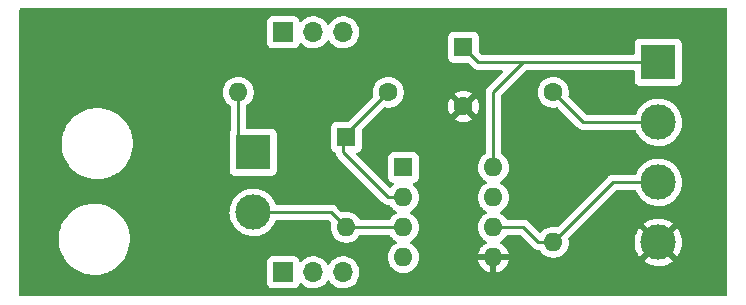
<source format=gbr>
%TF.GenerationSoftware,KiCad,Pcbnew,(6.0.5-0)*%
%TF.CreationDate,2022-05-25T12:26:38-07:00*%
%TF.ProjectId,pool-piano-midi,706f6f6c-2d70-4696-916e-6f2d6d696469,v0*%
%TF.SameCoordinates,Original*%
%TF.FileFunction,Copper,L1,Top*%
%TF.FilePolarity,Positive*%
%FSLAX46Y46*%
G04 Gerber Fmt 4.6, Leading zero omitted, Abs format (unit mm)*
G04 Created by KiCad (PCBNEW (6.0.5-0)) date 2022-05-25 12:26:38*
%MOMM*%
%LPD*%
G01*
G04 APERTURE LIST*
%TA.AperFunction,ComponentPad*%
%ADD10R,1.700000X1.700000*%
%TD*%
%TA.AperFunction,ComponentPad*%
%ADD11O,1.700000X1.700000*%
%TD*%
%TA.AperFunction,ComponentPad*%
%ADD12C,1.600000*%
%TD*%
%TA.AperFunction,ComponentPad*%
%ADD13O,1.600000X1.600000*%
%TD*%
%TA.AperFunction,ComponentPad*%
%ADD14R,1.600000X1.600000*%
%TD*%
%TA.AperFunction,ComponentPad*%
%ADD15R,3.000000X3.000000*%
%TD*%
%TA.AperFunction,ComponentPad*%
%ADD16C,3.000000*%
%TD*%
%TA.AperFunction,Conductor*%
%ADD17C,0.254000*%
%TD*%
G04 APERTURE END LIST*
D10*
%TO.P,REF\u002A\u002A,1*%
%TO.N,N/C*%
X175260000Y-83820000D03*
D11*
%TO.P,REF\u002A\u002A,2*%
X177800000Y-83820000D03*
%TO.P,REF\u002A\u002A,3*%
X180340000Y-83820000D03*
%TD*%
D12*
%TO.P,R1,1*%
%TO.N,Net-(D1-Pad1)*%
X184150000Y-68580000D03*
D13*
%TO.P,R1,2*%
%TO.N,Net-(J1-Pad1)*%
X171450000Y-68580000D03*
%TD*%
D14*
%TO.P,D1,1,K*%
%TO.N,Net-(D1-Pad1)*%
X180594000Y-72390000D03*
D13*
%TO.P,D1,2,A*%
%TO.N,Net-(D1-Pad2)*%
X180594000Y-80010000D03*
%TD*%
D15*
%TO.P,J2,1,Pin_1*%
%TO.N,VCC*%
X207010000Y-66040000D03*
D16*
%TO.P,J2,2,Pin_2*%
%TO.N,+3V3*%
X207010000Y-71120000D03*
%TO.P,J2,3,Pin_3*%
%TO.N,Net-(J2-Pad3)*%
X207010000Y-76200000D03*
%TO.P,J2,4,Pin_4*%
%TO.N,GND*%
X207010000Y-81280000D03*
%TD*%
D14*
%TO.P,C1,1*%
%TO.N,VCC*%
X190500000Y-64770000D03*
D12*
%TO.P,C1,2*%
%TO.N,GND*%
X190500000Y-69770000D03*
%TD*%
D15*
%TO.P,J1,1,Pin_1*%
%TO.N,Net-(J1-Pad1)*%
X172720000Y-73660000D03*
D16*
%TO.P,J1,2,Pin_2*%
%TO.N,Net-(D1-Pad2)*%
X172720000Y-78740000D03*
%TD*%
D12*
%TO.P,R2,1*%
%TO.N,+3V3*%
X198120000Y-68580000D03*
D13*
%TO.P,R2,2*%
%TO.N,Net-(J2-Pad3)*%
X198120000Y-81280000D03*
%TD*%
D10*
%TO.P,REF\u002A\u002A,1*%
%TO.N,N/C*%
X175260000Y-63500000D03*
D11*
%TO.P,REF\u002A\u002A,2*%
X177800000Y-63500000D03*
%TO.P,REF\u002A\u002A,3*%
X180340000Y-63500000D03*
%TD*%
D14*
%TO.P,U1,1,NC*%
%TO.N,unconnected-(U1-Pad1)*%
X185430000Y-74940000D03*
D13*
%TO.P,U1,2,C1*%
%TO.N,Net-(D1-Pad1)*%
X185430000Y-77480000D03*
%TO.P,U1,3,C2*%
%TO.N,Net-(D1-Pad2)*%
X185430000Y-80020000D03*
%TO.P,U1,4,NC*%
%TO.N,unconnected-(U1-Pad4)*%
X185430000Y-82560000D03*
%TO.P,U1,5,GND*%
%TO.N,GND*%
X193050000Y-82560000D03*
%TO.P,U1,6,VO2*%
%TO.N,Net-(J2-Pad3)*%
X193050000Y-80020000D03*
%TO.P,U1,7,VO1*%
%TO.N,unconnected-(U1-Pad7)*%
X193050000Y-77480000D03*
%TO.P,U1,8,VCC*%
%TO.N,VCC*%
X193050000Y-74940000D03*
%TD*%
D17*
%TO.N,VCC*%
X191770000Y-66040000D02*
X190500000Y-64770000D01*
X207010000Y-66040000D02*
X195580000Y-66040000D01*
X195580000Y-66040000D02*
X191770000Y-66040000D01*
X195580000Y-66040000D02*
X193050000Y-68570000D01*
X193050000Y-68570000D02*
X193050000Y-74940000D01*
%TO.N,GND*%
X195580000Y-83820000D02*
X204470000Y-83820000D01*
X193050000Y-82560000D02*
X194320000Y-82560000D01*
X204470000Y-83820000D02*
X207010000Y-81280000D01*
X194320000Y-82560000D02*
X195580000Y-83820000D01*
%TO.N,Net-(D1-Pad1)*%
X180340000Y-73660000D02*
X180340000Y-72644000D01*
X180594000Y-72390000D02*
X180594000Y-72136000D01*
X180594000Y-72136000D02*
X184150000Y-68580000D01*
X180340000Y-72644000D02*
X180594000Y-72390000D01*
X185430000Y-77480000D02*
X184160000Y-77480000D01*
X184160000Y-77480000D02*
X180340000Y-73660000D01*
%TO.N,Net-(D1-Pad2)*%
X185420000Y-80010000D02*
X185430000Y-80020000D01*
X172720000Y-78740000D02*
X179324000Y-78740000D01*
X180594000Y-80010000D02*
X185420000Y-80010000D01*
X179324000Y-78740000D02*
X180594000Y-80010000D01*
%TO.N,Net-(J1-Pad1)*%
X171450000Y-72390000D02*
X172720000Y-73660000D01*
X171450000Y-68580000D02*
X171450000Y-72390000D01*
%TO.N,+3V3*%
X200660000Y-71120000D02*
X198120000Y-68580000D01*
X207010000Y-71120000D02*
X200660000Y-71120000D01*
%TO.N,Net-(J2-Pad3)*%
X195580000Y-80010000D02*
X195570000Y-80020000D01*
X207010000Y-76200000D02*
X203200000Y-76200000D01*
X203200000Y-76200000D02*
X198120000Y-81280000D01*
X196850000Y-81280000D02*
X195580000Y-80010000D01*
X195570000Y-80020000D02*
X193050000Y-80020000D01*
X198120000Y-81280000D02*
X196850000Y-81280000D01*
%TD*%
%TA.AperFunction,Conductor*%
%TO.N,GND*%
G36*
X212793621Y-61488502D02*
G01*
X212840114Y-61542158D01*
X212851500Y-61594500D01*
X212851500Y-85725500D01*
X212831498Y-85793621D01*
X212777842Y-85840114D01*
X212725500Y-85851500D01*
X153034500Y-85851500D01*
X152966379Y-85831498D01*
X152919886Y-85777842D01*
X152908500Y-85725500D01*
X152908500Y-84718134D01*
X173901500Y-84718134D01*
X173908255Y-84780316D01*
X173959385Y-84916705D01*
X174046739Y-85033261D01*
X174163295Y-85120615D01*
X174299684Y-85171745D01*
X174361866Y-85178500D01*
X176158134Y-85178500D01*
X176220316Y-85171745D01*
X176356705Y-85120615D01*
X176473261Y-85033261D01*
X176560615Y-84916705D01*
X176582799Y-84857529D01*
X176604598Y-84799382D01*
X176647240Y-84742618D01*
X176713802Y-84717918D01*
X176783150Y-84733126D01*
X176817817Y-84761114D01*
X176846250Y-84793938D01*
X177018126Y-84936632D01*
X177211000Y-85049338D01*
X177419692Y-85129030D01*
X177424760Y-85130061D01*
X177424763Y-85130062D01*
X177532017Y-85151883D01*
X177638597Y-85173567D01*
X177643772Y-85173757D01*
X177643774Y-85173757D01*
X177856673Y-85181564D01*
X177856677Y-85181564D01*
X177861837Y-85181753D01*
X177866957Y-85181097D01*
X177866959Y-85181097D01*
X178078288Y-85154025D01*
X178078289Y-85154025D01*
X178083416Y-85153368D01*
X178088366Y-85151883D01*
X178292429Y-85090661D01*
X178292434Y-85090659D01*
X178297384Y-85089174D01*
X178497994Y-84990896D01*
X178679860Y-84861173D01*
X178838096Y-84703489D01*
X178968453Y-84522077D01*
X178969776Y-84523028D01*
X179016645Y-84479857D01*
X179086580Y-84467625D01*
X179152026Y-84495144D01*
X179179875Y-84526994D01*
X179239987Y-84625088D01*
X179386250Y-84793938D01*
X179558126Y-84936632D01*
X179751000Y-85049338D01*
X179959692Y-85129030D01*
X179964760Y-85130061D01*
X179964763Y-85130062D01*
X180072017Y-85151883D01*
X180178597Y-85173567D01*
X180183772Y-85173757D01*
X180183774Y-85173757D01*
X180396673Y-85181564D01*
X180396677Y-85181564D01*
X180401837Y-85181753D01*
X180406957Y-85181097D01*
X180406959Y-85181097D01*
X180618288Y-85154025D01*
X180618289Y-85154025D01*
X180623416Y-85153368D01*
X180628366Y-85151883D01*
X180832429Y-85090661D01*
X180832434Y-85090659D01*
X180837384Y-85089174D01*
X181037994Y-84990896D01*
X181219860Y-84861173D01*
X181378096Y-84703489D01*
X181508453Y-84522077D01*
X181529320Y-84479857D01*
X181605136Y-84326453D01*
X181605137Y-84326451D01*
X181607430Y-84321811D01*
X181672370Y-84108069D01*
X181701529Y-83886590D01*
X181702325Y-83854022D01*
X181703074Y-83823365D01*
X181703074Y-83823361D01*
X181703156Y-83820000D01*
X181684852Y-83597361D01*
X181630431Y-83380702D01*
X181541354Y-83175840D01*
X181436801Y-83014225D01*
X181422822Y-82992617D01*
X181422820Y-82992614D01*
X181420014Y-82988277D01*
X181269670Y-82823051D01*
X181265619Y-82819852D01*
X181265615Y-82819848D01*
X181098414Y-82687800D01*
X181098410Y-82687798D01*
X181094359Y-82684598D01*
X180898789Y-82576638D01*
X180893920Y-82574914D01*
X180893916Y-82574912D01*
X180693087Y-82503795D01*
X180693083Y-82503794D01*
X180688212Y-82502069D01*
X180683119Y-82501162D01*
X180683116Y-82501161D01*
X180473373Y-82463800D01*
X180473367Y-82463799D01*
X180468284Y-82462894D01*
X180394452Y-82461992D01*
X180250081Y-82460228D01*
X180250079Y-82460228D01*
X180244911Y-82460165D01*
X180024091Y-82493955D01*
X179811756Y-82563357D01*
X179613607Y-82666507D01*
X179609474Y-82669610D01*
X179609471Y-82669612D01*
X179494573Y-82755880D01*
X179434965Y-82800635D01*
X179417917Y-82818475D01*
X179323729Y-82917037D01*
X179280629Y-82962138D01*
X179173201Y-83119621D01*
X179118293Y-83164621D01*
X179047768Y-83172792D01*
X178984021Y-83141538D01*
X178963324Y-83117054D01*
X178882822Y-82992617D01*
X178882820Y-82992614D01*
X178880014Y-82988277D01*
X178729670Y-82823051D01*
X178725619Y-82819852D01*
X178725615Y-82819848D01*
X178558414Y-82687800D01*
X178558410Y-82687798D01*
X178554359Y-82684598D01*
X178358789Y-82576638D01*
X178353920Y-82574914D01*
X178353916Y-82574912D01*
X178153087Y-82503795D01*
X178153083Y-82503794D01*
X178148212Y-82502069D01*
X178143119Y-82501162D01*
X178143116Y-82501161D01*
X177933373Y-82463800D01*
X177933367Y-82463799D01*
X177928284Y-82462894D01*
X177854452Y-82461992D01*
X177710081Y-82460228D01*
X177710079Y-82460228D01*
X177704911Y-82460165D01*
X177484091Y-82493955D01*
X177271756Y-82563357D01*
X177073607Y-82666507D01*
X177069474Y-82669610D01*
X177069471Y-82669612D01*
X176954573Y-82755880D01*
X176894965Y-82800635D01*
X176819479Y-82879627D01*
X176814283Y-82885064D01*
X176752759Y-82920494D01*
X176681846Y-82917037D01*
X176624060Y-82875791D01*
X176605207Y-82842243D01*
X176563767Y-82731703D01*
X176560615Y-82723295D01*
X176473261Y-82606739D01*
X176356705Y-82519385D01*
X176220316Y-82468255D01*
X176158134Y-82461500D01*
X174361866Y-82461500D01*
X174299684Y-82468255D01*
X174163295Y-82519385D01*
X174046739Y-82606739D01*
X173959385Y-82723295D01*
X173908255Y-82859684D01*
X173901500Y-82921866D01*
X173901500Y-84718134D01*
X152908500Y-84718134D01*
X152908500Y-80931341D01*
X156245888Y-80931341D01*
X156245983Y-80934970D01*
X156245983Y-80934972D01*
X156246729Y-80963443D01*
X156246729Y-80963445D01*
X156254875Y-81274525D01*
X156254970Y-81278171D01*
X156255481Y-81281761D01*
X156255481Y-81281762D01*
X156256796Y-81290999D01*
X156303856Y-81621660D01*
X156391897Y-81957253D01*
X156517927Y-82280503D01*
X156519624Y-82283708D01*
X156665913Y-82560000D01*
X156680275Y-82587126D01*
X156682325Y-82590109D01*
X156682327Y-82590112D01*
X156874733Y-82870064D01*
X156874739Y-82870071D01*
X156876790Y-82873056D01*
X156879176Y-82875791D01*
X157089643Y-83117054D01*
X157104866Y-83134505D01*
X157224103Y-83243002D01*
X157317268Y-83327775D01*
X157361481Y-83368006D01*
X157643233Y-83570466D01*
X157946388Y-83739200D01*
X158266928Y-83871972D01*
X158270422Y-83872967D01*
X158270424Y-83872968D01*
X158597103Y-83966025D01*
X158597108Y-83966026D01*
X158600604Y-83967022D01*
X158797304Y-83999233D01*
X158939412Y-84022504D01*
X158939419Y-84022505D01*
X158942993Y-84023090D01*
X159116276Y-84031262D01*
X159285931Y-84039263D01*
X159285932Y-84039263D01*
X159289558Y-84039434D01*
X159298415Y-84038830D01*
X159632073Y-84016084D01*
X159632081Y-84016083D01*
X159635704Y-84015836D01*
X159639279Y-84015173D01*
X159639282Y-84015173D01*
X159973279Y-83953270D01*
X159973283Y-83953269D01*
X159976844Y-83952609D01*
X160180657Y-83889908D01*
X160304978Y-83851662D01*
X160308456Y-83850592D01*
X160626145Y-83711136D01*
X160645461Y-83699849D01*
X160922560Y-83537926D01*
X160922562Y-83537925D01*
X160925700Y-83536091D01*
X161096468Y-83407875D01*
X161200244Y-83329958D01*
X161200248Y-83329955D01*
X161203151Y-83327775D01*
X161454819Y-83088950D01*
X161677370Y-82822783D01*
X161680906Y-82817401D01*
X161828296Y-82593019D01*
X161867853Y-82532799D01*
X161971561Y-82326598D01*
X162022117Y-82226080D01*
X162022120Y-82226072D01*
X162023744Y-82222844D01*
X162024989Y-82219442D01*
X162141729Y-81900437D01*
X162141730Y-81900433D01*
X162142977Y-81897026D01*
X162143822Y-81893504D01*
X162143825Y-81893496D01*
X162223124Y-81563191D01*
X162223125Y-81563187D01*
X162223971Y-81559662D01*
X162225016Y-81551028D01*
X162265316Y-81218004D01*
X162265316Y-81217997D01*
X162265652Y-81215225D01*
X162267393Y-81159849D01*
X162271511Y-81028797D01*
X162271599Y-81026000D01*
X162267992Y-80963443D01*
X162251836Y-80683246D01*
X162251835Y-80683241D01*
X162251627Y-80679626D01*
X162223070Y-80516000D01*
X162192600Y-80341415D01*
X162192598Y-80341408D01*
X162191976Y-80337842D01*
X162173007Y-80273802D01*
X162111285Y-80065434D01*
X162093437Y-80005180D01*
X162086059Y-79987882D01*
X161958740Y-79689386D01*
X161958738Y-79689383D01*
X161957316Y-79686048D01*
X161954082Y-79680377D01*
X161787208Y-79387816D01*
X161785417Y-79384676D01*
X161780607Y-79378127D01*
X161691516Y-79256846D01*
X161580018Y-79105060D01*
X161343842Y-78850904D01*
X161189306Y-78718918D01*
X170706917Y-78718918D01*
X170722682Y-78992320D01*
X170723507Y-78996525D01*
X170723508Y-78996533D01*
X170753917Y-79151526D01*
X170775405Y-79261053D01*
X170776792Y-79265103D01*
X170776793Y-79265108D01*
X170862723Y-79516088D01*
X170864112Y-79520144D01*
X170900887Y-79593264D01*
X170964975Y-79720688D01*
X170987160Y-79764799D01*
X170989586Y-79768328D01*
X170989589Y-79768334D01*
X171084625Y-79906611D01*
X171142274Y-79990490D01*
X171145161Y-79993663D01*
X171145162Y-79993664D01*
X171194639Y-80048039D01*
X171326582Y-80193043D01*
X171329877Y-80195798D01*
X171329878Y-80195799D01*
X171385860Y-80242607D01*
X171536675Y-80368707D01*
X171540316Y-80370991D01*
X171765024Y-80511951D01*
X171765028Y-80511953D01*
X171768664Y-80514234D01*
X171836544Y-80544883D01*
X172014345Y-80625164D01*
X172014349Y-80625166D01*
X172018257Y-80626930D01*
X172022377Y-80628150D01*
X172022376Y-80628150D01*
X172276723Y-80703491D01*
X172276727Y-80703492D01*
X172280836Y-80704709D01*
X172285070Y-80705357D01*
X172285075Y-80705358D01*
X172547298Y-80745483D01*
X172547300Y-80745483D01*
X172551540Y-80746132D01*
X172690912Y-80748322D01*
X172821071Y-80750367D01*
X172821077Y-80750367D01*
X172825362Y-80750434D01*
X173097235Y-80717534D01*
X173362127Y-80648041D01*
X173366087Y-80646401D01*
X173366092Y-80646399D01*
X173503759Y-80589375D01*
X173615136Y-80543241D01*
X173851582Y-80405073D01*
X174067089Y-80236094D01*
X174070469Y-80232607D01*
X174241161Y-80056466D01*
X174257669Y-80039431D01*
X174260202Y-80035983D01*
X174260206Y-80035978D01*
X174417257Y-79822178D01*
X174419795Y-79818723D01*
X174447154Y-79768334D01*
X174548418Y-79581830D01*
X174548419Y-79581828D01*
X174550468Y-79578054D01*
X174596225Y-79456962D01*
X174639015Y-79400309D01*
X174705641Y-79375784D01*
X174714091Y-79375500D01*
X179008578Y-79375500D01*
X179076699Y-79395502D01*
X179097673Y-79412405D01*
X179284250Y-79598982D01*
X179318276Y-79661294D01*
X179316862Y-79720688D01*
X179300457Y-79781913D01*
X179280502Y-80010000D01*
X179300457Y-80238087D01*
X179301881Y-80243400D01*
X179301881Y-80243402D01*
X179353408Y-80435700D01*
X179359716Y-80459243D01*
X179362039Y-80464224D01*
X179362039Y-80464225D01*
X179454151Y-80661762D01*
X179454154Y-80661767D01*
X179456477Y-80666749D01*
X179587802Y-80854300D01*
X179749700Y-81016198D01*
X179754208Y-81019355D01*
X179754211Y-81019357D01*
X179800706Y-81051913D01*
X179937251Y-81147523D01*
X179942233Y-81149846D01*
X179942238Y-81149849D01*
X180139775Y-81241961D01*
X180144757Y-81244284D01*
X180150065Y-81245706D01*
X180150067Y-81245707D01*
X180360598Y-81302119D01*
X180360600Y-81302119D01*
X180365913Y-81303543D01*
X180594000Y-81323498D01*
X180822087Y-81303543D01*
X180827400Y-81302119D01*
X180827402Y-81302119D01*
X181037933Y-81245707D01*
X181037935Y-81245706D01*
X181043243Y-81244284D01*
X181048225Y-81241961D01*
X181245762Y-81149849D01*
X181245767Y-81149846D01*
X181250749Y-81147523D01*
X181387294Y-81051913D01*
X181433789Y-81019357D01*
X181433792Y-81019355D01*
X181438300Y-81016198D01*
X181600198Y-80854300D01*
X181708780Y-80699229D01*
X181764237Y-80654901D01*
X181811993Y-80645500D01*
X184205005Y-80645500D01*
X184273126Y-80665502D01*
X184308217Y-80699228D01*
X184333061Y-80734709D01*
X184419529Y-80858197D01*
X184423802Y-80864300D01*
X184585700Y-81026198D01*
X184590208Y-81029355D01*
X184590211Y-81029357D01*
X184630251Y-81057393D01*
X184773251Y-81157523D01*
X184778233Y-81159846D01*
X184778238Y-81159849D01*
X184812457Y-81175805D01*
X184865742Y-81222722D01*
X184885203Y-81290999D01*
X184864661Y-81358959D01*
X184812457Y-81404195D01*
X184778238Y-81420151D01*
X184778233Y-81420154D01*
X184773251Y-81422477D01*
X184762720Y-81429851D01*
X184590211Y-81550643D01*
X184590208Y-81550645D01*
X184585700Y-81553802D01*
X184423802Y-81715700D01*
X184420645Y-81720208D01*
X184420643Y-81720211D01*
X184392734Y-81760070D01*
X184292477Y-81903251D01*
X184290154Y-81908233D01*
X184290151Y-81908238D01*
X184267002Y-81957882D01*
X184195716Y-82110757D01*
X184194294Y-82116065D01*
X184194293Y-82116067D01*
X184148706Y-82286198D01*
X184136457Y-82331913D01*
X184116502Y-82560000D01*
X184136457Y-82788087D01*
X184137881Y-82793400D01*
X184137881Y-82793402D01*
X184189075Y-82984457D01*
X184195716Y-83009243D01*
X184198039Y-83014224D01*
X184198039Y-83014225D01*
X184290151Y-83211762D01*
X184290154Y-83211767D01*
X184292477Y-83216749D01*
X184321051Y-83257557D01*
X184398389Y-83368006D01*
X184423802Y-83404300D01*
X184585700Y-83566198D01*
X184590208Y-83569355D01*
X184590211Y-83569357D01*
X184591795Y-83570466D01*
X184773251Y-83697523D01*
X184778233Y-83699846D01*
X184778238Y-83699849D01*
X184974765Y-83791490D01*
X184980757Y-83794284D01*
X184986065Y-83795706D01*
X184986067Y-83795707D01*
X185196598Y-83852119D01*
X185196600Y-83852119D01*
X185201913Y-83853543D01*
X185430000Y-83873498D01*
X185658087Y-83853543D01*
X185663400Y-83852119D01*
X185663402Y-83852119D01*
X185873933Y-83795707D01*
X185873935Y-83795706D01*
X185879243Y-83794284D01*
X185885235Y-83791490D01*
X186081762Y-83699849D01*
X186081767Y-83699846D01*
X186086749Y-83697523D01*
X186268205Y-83570466D01*
X186269789Y-83569357D01*
X186269792Y-83569355D01*
X186274300Y-83566198D01*
X186436198Y-83404300D01*
X186461612Y-83368006D01*
X186538949Y-83257557D01*
X186567523Y-83216749D01*
X186569846Y-83211767D01*
X186569849Y-83211762D01*
X186661961Y-83014225D01*
X186661961Y-83014224D01*
X186664284Y-83009243D01*
X186670926Y-82984457D01*
X186713245Y-82826522D01*
X191767273Y-82826522D01*
X191814764Y-83003761D01*
X191818510Y-83014053D01*
X191910586Y-83211511D01*
X191916069Y-83221007D01*
X192041028Y-83399467D01*
X192048084Y-83407875D01*
X192202125Y-83561916D01*
X192210533Y-83568972D01*
X192388993Y-83693931D01*
X192398489Y-83699414D01*
X192595947Y-83791490D01*
X192606239Y-83795236D01*
X192778503Y-83841394D01*
X192792599Y-83841058D01*
X192796000Y-83833116D01*
X192796000Y-83827967D01*
X193304000Y-83827967D01*
X193307973Y-83841498D01*
X193316522Y-83842727D01*
X193493761Y-83795236D01*
X193504053Y-83791490D01*
X193701511Y-83699414D01*
X193711007Y-83693931D01*
X193889467Y-83568972D01*
X193897875Y-83561916D01*
X194051916Y-83407875D01*
X194058972Y-83399467D01*
X194183931Y-83221007D01*
X194189414Y-83211511D01*
X194281490Y-83014053D01*
X194285236Y-83003761D01*
X194321170Y-82869654D01*
X205785618Y-82869654D01*
X205792673Y-82879627D01*
X205823679Y-82905551D01*
X205830598Y-82910579D01*
X206055272Y-83051515D01*
X206062807Y-83055556D01*
X206304520Y-83164694D01*
X206312551Y-83167680D01*
X206566832Y-83243002D01*
X206575184Y-83244869D01*
X206837340Y-83284984D01*
X206845874Y-83285700D01*
X207111045Y-83289867D01*
X207119596Y-83289418D01*
X207382883Y-83257557D01*
X207391284Y-83255955D01*
X207647824Y-83188653D01*
X207655926Y-83185926D01*
X207900949Y-83084434D01*
X207908617Y-83080628D01*
X208137598Y-82946822D01*
X208144679Y-82942009D01*
X208224655Y-82879301D01*
X208233125Y-82867442D01*
X208226608Y-82855818D01*
X207022812Y-81652022D01*
X207008868Y-81644408D01*
X207007035Y-81644539D01*
X207000420Y-81648790D01*
X205792910Y-82856300D01*
X205785618Y-82869654D01*
X194321170Y-82869654D01*
X194331394Y-82831497D01*
X194331058Y-82817401D01*
X194323116Y-82814000D01*
X193322115Y-82814000D01*
X193306876Y-82818475D01*
X193305671Y-82819865D01*
X193304000Y-82827548D01*
X193304000Y-83827967D01*
X192796000Y-83827967D01*
X192796000Y-82832115D01*
X192791525Y-82816876D01*
X192790135Y-82815671D01*
X192782452Y-82814000D01*
X191782033Y-82814000D01*
X191768502Y-82817973D01*
X191767273Y-82826522D01*
X186713245Y-82826522D01*
X186722119Y-82793402D01*
X186722119Y-82793400D01*
X186723543Y-82788087D01*
X186743498Y-82560000D01*
X186723543Y-82331913D01*
X186711294Y-82286198D01*
X186665707Y-82116067D01*
X186665706Y-82116065D01*
X186664284Y-82110757D01*
X186592998Y-81957882D01*
X186569849Y-81908238D01*
X186569846Y-81908233D01*
X186567523Y-81903251D01*
X186467266Y-81760070D01*
X186439357Y-81720211D01*
X186439355Y-81720208D01*
X186436198Y-81715700D01*
X186274300Y-81553802D01*
X186269792Y-81550645D01*
X186269789Y-81550643D01*
X186097280Y-81429851D01*
X186086749Y-81422477D01*
X186081767Y-81420154D01*
X186081762Y-81420151D01*
X186047543Y-81404195D01*
X185994258Y-81357278D01*
X185974797Y-81289001D01*
X185995339Y-81221041D01*
X186047543Y-81175805D01*
X186081762Y-81159849D01*
X186081767Y-81159846D01*
X186086749Y-81157523D01*
X186229749Y-81057393D01*
X186269789Y-81029357D01*
X186269792Y-81029355D01*
X186274300Y-81026198D01*
X186436198Y-80864300D01*
X186440472Y-80858197D01*
X186519456Y-80745395D01*
X186567523Y-80676749D01*
X186569846Y-80671767D01*
X186569849Y-80671762D01*
X186661961Y-80474225D01*
X186661961Y-80474224D01*
X186664284Y-80469243D01*
X186668387Y-80453933D01*
X186722119Y-80253402D01*
X186722119Y-80253400D01*
X186723543Y-80248087D01*
X186743498Y-80020000D01*
X186723543Y-79791913D01*
X186722119Y-79786598D01*
X186665707Y-79576067D01*
X186665706Y-79576065D01*
X186664284Y-79570757D01*
X186651670Y-79543706D01*
X186569849Y-79368238D01*
X186569846Y-79368233D01*
X186567523Y-79363251D01*
X186436198Y-79175700D01*
X186274300Y-79013802D01*
X186269792Y-79010645D01*
X186269789Y-79010643D01*
X186191611Y-78955902D01*
X186086749Y-78882477D01*
X186081767Y-78880154D01*
X186081762Y-78880151D01*
X186047543Y-78864195D01*
X185994258Y-78817278D01*
X185974797Y-78749001D01*
X185995339Y-78681041D01*
X186047543Y-78635805D01*
X186081762Y-78619849D01*
X186081767Y-78619846D01*
X186086749Y-78617523D01*
X186191611Y-78544098D01*
X186269789Y-78489357D01*
X186269792Y-78489355D01*
X186274300Y-78486198D01*
X186436198Y-78324300D01*
X186477604Y-78265167D01*
X186531181Y-78188650D01*
X186567523Y-78136749D01*
X186569846Y-78131767D01*
X186569849Y-78131762D01*
X186661961Y-77934225D01*
X186661961Y-77934224D01*
X186664284Y-77929243D01*
X186681479Y-77865073D01*
X186722119Y-77713402D01*
X186722119Y-77713400D01*
X186723543Y-77708087D01*
X186743498Y-77480000D01*
X186723543Y-77251913D01*
X186679319Y-77086868D01*
X186665707Y-77036067D01*
X186665706Y-77036065D01*
X186664284Y-77030757D01*
X186661961Y-77025775D01*
X186569849Y-76828238D01*
X186569846Y-76828233D01*
X186567523Y-76823251D01*
X186467443Y-76680322D01*
X186439357Y-76640211D01*
X186439355Y-76640208D01*
X186436198Y-76635700D01*
X186274300Y-76473802D01*
X186269789Y-76470643D01*
X186265576Y-76467108D01*
X186266527Y-76465974D01*
X186226529Y-76415929D01*
X186219224Y-76345310D01*
X186251258Y-76281951D01*
X186312462Y-76245970D01*
X186329517Y-76242918D01*
X186340316Y-76241745D01*
X186476705Y-76190615D01*
X186593261Y-76103261D01*
X186680615Y-75986705D01*
X186731745Y-75850316D01*
X186738500Y-75788134D01*
X186738500Y-74091866D01*
X186731745Y-74029684D01*
X186680615Y-73893295D01*
X186593261Y-73776739D01*
X186476705Y-73689385D01*
X186340316Y-73638255D01*
X186278134Y-73631500D01*
X184581866Y-73631500D01*
X184519684Y-73638255D01*
X184383295Y-73689385D01*
X184266739Y-73776739D01*
X184179385Y-73893295D01*
X184128255Y-74029684D01*
X184121500Y-74091866D01*
X184121500Y-75788134D01*
X184128255Y-75850316D01*
X184179385Y-75986705D01*
X184266739Y-76103261D01*
X184383295Y-76190615D01*
X184519684Y-76241745D01*
X184530474Y-76242917D01*
X184532606Y-76243803D01*
X184535222Y-76244425D01*
X184535121Y-76244848D01*
X184596035Y-76270155D01*
X184636463Y-76328517D01*
X184638922Y-76399471D01*
X184602629Y-76460490D01*
X184593969Y-76467489D01*
X184590207Y-76470646D01*
X184585700Y-76473802D01*
X184423802Y-76635700D01*
X184420643Y-76640211D01*
X184417110Y-76644422D01*
X184415151Y-76642778D01*
X184367870Y-76680322D01*
X184297227Y-76687403D01*
X184231396Y-76652664D01*
X181472619Y-73893886D01*
X181438593Y-73831574D01*
X181443658Y-73760758D01*
X181486205Y-73703923D01*
X181517484Y-73686809D01*
X181632297Y-73643767D01*
X181640705Y-73640615D01*
X181757261Y-73553261D01*
X181844615Y-73436705D01*
X181895745Y-73300316D01*
X181902500Y-73238134D01*
X181902500Y-71778422D01*
X181922502Y-71710301D01*
X181939405Y-71689327D01*
X182772670Y-70856062D01*
X189778493Y-70856062D01*
X189787789Y-70868077D01*
X189838994Y-70903931D01*
X189848489Y-70909414D01*
X190045947Y-71001490D01*
X190056239Y-71005236D01*
X190266688Y-71061625D01*
X190277481Y-71063528D01*
X190494525Y-71082517D01*
X190505475Y-71082517D01*
X190722519Y-71063528D01*
X190733312Y-71061625D01*
X190943761Y-71005236D01*
X190954053Y-71001490D01*
X191151511Y-70909414D01*
X191161006Y-70903931D01*
X191213048Y-70867491D01*
X191221424Y-70857012D01*
X191214356Y-70843566D01*
X190512812Y-70142022D01*
X190498868Y-70134408D01*
X190497035Y-70134539D01*
X190490420Y-70138790D01*
X189784923Y-70844287D01*
X189778493Y-70856062D01*
X182772670Y-70856062D01*
X183738982Y-69889750D01*
X183801294Y-69855724D01*
X183860688Y-69857138D01*
X183916598Y-69872119D01*
X183916600Y-69872119D01*
X183921913Y-69873543D01*
X184150000Y-69893498D01*
X184378087Y-69873543D01*
X184383400Y-69872119D01*
X184383402Y-69872119D01*
X184593933Y-69815707D01*
X184593935Y-69815706D01*
X184599243Y-69814284D01*
X184604225Y-69811961D01*
X184682470Y-69775475D01*
X189187483Y-69775475D01*
X189206472Y-69992519D01*
X189208375Y-70003312D01*
X189264764Y-70213761D01*
X189268510Y-70224053D01*
X189360586Y-70421511D01*
X189366069Y-70431006D01*
X189402509Y-70483048D01*
X189412988Y-70491424D01*
X189426434Y-70484356D01*
X190127978Y-69782812D01*
X190134356Y-69771132D01*
X190864408Y-69771132D01*
X190864539Y-69772965D01*
X190868790Y-69779580D01*
X191574287Y-70485077D01*
X191586062Y-70491507D01*
X191598077Y-70482211D01*
X191633931Y-70431006D01*
X191639414Y-70421511D01*
X191731490Y-70224053D01*
X191735236Y-70213761D01*
X191791625Y-70003312D01*
X191793528Y-69992519D01*
X191812517Y-69775475D01*
X191812517Y-69764525D01*
X191793528Y-69547481D01*
X191791625Y-69536688D01*
X191735236Y-69326239D01*
X191731490Y-69315947D01*
X191639414Y-69118489D01*
X191633931Y-69108994D01*
X191597491Y-69056952D01*
X191587012Y-69048576D01*
X191573566Y-69055644D01*
X190872022Y-69757188D01*
X190864408Y-69771132D01*
X190134356Y-69771132D01*
X190135592Y-69768868D01*
X190135461Y-69767035D01*
X190131210Y-69760420D01*
X189425713Y-69054923D01*
X189413938Y-69048493D01*
X189401923Y-69057789D01*
X189366069Y-69108994D01*
X189360586Y-69118489D01*
X189268510Y-69315947D01*
X189264764Y-69326239D01*
X189208375Y-69536688D01*
X189206472Y-69547481D01*
X189187483Y-69764525D01*
X189187483Y-69775475D01*
X184682470Y-69775475D01*
X184801762Y-69719849D01*
X184801767Y-69719846D01*
X184806749Y-69717523D01*
X184924008Y-69635417D01*
X184989789Y-69589357D01*
X184989792Y-69589355D01*
X184994300Y-69586198D01*
X185156198Y-69424300D01*
X185169390Y-69405461D01*
X185284366Y-69241257D01*
X185287523Y-69236749D01*
X185289846Y-69231767D01*
X185289849Y-69231762D01*
X185381961Y-69034225D01*
X185381961Y-69034224D01*
X185384284Y-69029243D01*
X185436806Y-68833232D01*
X185442119Y-68813402D01*
X185442119Y-68813400D01*
X185443543Y-68808087D01*
X185454488Y-68682988D01*
X189778576Y-68682988D01*
X189785644Y-68696434D01*
X190487188Y-69397978D01*
X190501132Y-69405592D01*
X190502965Y-69405461D01*
X190509580Y-69401210D01*
X191215077Y-68695713D01*
X191221507Y-68683938D01*
X191212211Y-68671923D01*
X191161006Y-68636069D01*
X191151511Y-68630586D01*
X190954053Y-68538510D01*
X190943761Y-68534764D01*
X190733312Y-68478375D01*
X190722519Y-68476472D01*
X190505475Y-68457483D01*
X190494525Y-68457483D01*
X190277481Y-68476472D01*
X190266688Y-68478375D01*
X190056239Y-68534764D01*
X190045947Y-68538510D01*
X189848489Y-68630586D01*
X189838994Y-68636069D01*
X189786952Y-68672509D01*
X189778576Y-68682988D01*
X185454488Y-68682988D01*
X185463498Y-68580000D01*
X185443543Y-68351913D01*
X185428377Y-68295314D01*
X185385707Y-68136067D01*
X185385706Y-68136065D01*
X185384284Y-68130757D01*
X185358959Y-68076447D01*
X185289849Y-67928238D01*
X185289846Y-67928233D01*
X185287523Y-67923251D01*
X185156198Y-67735700D01*
X184994300Y-67573802D01*
X184989792Y-67570645D01*
X184989789Y-67570643D01*
X184911611Y-67515902D01*
X184806749Y-67442477D01*
X184801767Y-67440154D01*
X184801762Y-67440151D01*
X184604225Y-67348039D01*
X184604224Y-67348039D01*
X184599243Y-67345716D01*
X184593935Y-67344294D01*
X184593933Y-67344293D01*
X184383402Y-67287881D01*
X184383400Y-67287881D01*
X184378087Y-67286457D01*
X184150000Y-67266502D01*
X183921913Y-67286457D01*
X183916600Y-67287881D01*
X183916598Y-67287881D01*
X183706067Y-67344293D01*
X183706065Y-67344294D01*
X183700757Y-67345716D01*
X183695776Y-67348039D01*
X183695775Y-67348039D01*
X183498238Y-67440151D01*
X183498233Y-67440154D01*
X183493251Y-67442477D01*
X183388389Y-67515902D01*
X183310211Y-67570643D01*
X183310208Y-67570645D01*
X183305700Y-67573802D01*
X183143802Y-67735700D01*
X183012477Y-67923251D01*
X183010154Y-67928233D01*
X183010151Y-67928238D01*
X182941041Y-68076447D01*
X182915716Y-68130757D01*
X182914294Y-68136065D01*
X182914293Y-68136067D01*
X182871623Y-68295314D01*
X182856457Y-68351913D01*
X182836502Y-68580000D01*
X182856457Y-68808087D01*
X182857880Y-68813398D01*
X182857882Y-68813409D01*
X182872861Y-68869310D01*
X182871172Y-68940287D01*
X182840250Y-68991017D01*
X180786672Y-71044595D01*
X180724360Y-71078621D01*
X180697577Y-71081500D01*
X179745866Y-71081500D01*
X179683684Y-71088255D01*
X179547295Y-71139385D01*
X179430739Y-71226739D01*
X179343385Y-71343295D01*
X179292255Y-71479684D01*
X179285500Y-71541866D01*
X179285500Y-73238134D01*
X179292255Y-73300316D01*
X179343385Y-73436705D01*
X179430739Y-73553261D01*
X179547295Y-73640615D01*
X179555703Y-73643767D01*
X179629634Y-73671483D01*
X179686398Y-73714125D01*
X179705993Y-73760595D01*
X179707335Y-73760205D01*
X179713013Y-73779748D01*
X179717023Y-73799112D01*
X179719573Y-73819299D01*
X179722489Y-73826663D01*
X179722490Y-73826668D01*
X179735907Y-73860556D01*
X179739752Y-73871785D01*
X179743914Y-73886109D01*
X179752131Y-73914393D01*
X179756169Y-73921220D01*
X179756170Y-73921223D01*
X179762488Y-73931906D01*
X179771188Y-73949664D01*
X179775761Y-73961215D01*
X179775765Y-73961221D01*
X179778681Y-73968588D01*
X179783339Y-73974999D01*
X179783340Y-73975001D01*
X179804764Y-74004488D01*
X179811281Y-74014410D01*
X179829826Y-74045768D01*
X179829829Y-74045772D01*
X179833866Y-74052598D01*
X179848250Y-74066982D01*
X179861091Y-74082016D01*
X179866839Y-74089928D01*
X179873058Y-74098487D01*
X179879166Y-74103540D01*
X179907255Y-74126777D01*
X179916035Y-74134767D01*
X183654750Y-77873483D01*
X183662326Y-77881809D01*
X183666447Y-77888303D01*
X183672222Y-77893726D01*
X183716265Y-77935085D01*
X183719107Y-77937840D01*
X183738906Y-77957639D01*
X183742031Y-77960063D01*
X183742040Y-77960071D01*
X183742126Y-77960137D01*
X183751151Y-77967845D01*
X183783494Y-77998217D01*
X183790438Y-78002035D01*
X183790440Y-78002036D01*
X183801329Y-78008022D01*
X183817847Y-78018873D01*
X183833933Y-78031350D01*
X183874666Y-78048976D01*
X183885314Y-78054193D01*
X183924197Y-78075569D01*
X183931872Y-78077540D01*
X183931878Y-78077542D01*
X183943911Y-78080631D01*
X183962613Y-78087034D01*
X183981292Y-78095117D01*
X184010638Y-78099765D01*
X184025127Y-78102060D01*
X184036740Y-78104465D01*
X184079718Y-78115500D01*
X184100065Y-78115500D01*
X184119777Y-78117051D01*
X184139879Y-78120235D01*
X184147771Y-78119489D01*
X184184056Y-78116059D01*
X184195914Y-78115500D01*
X184212007Y-78115500D01*
X184280128Y-78135502D01*
X184315219Y-78169228D01*
X184321597Y-78178337D01*
X184382397Y-78265167D01*
X184423802Y-78324300D01*
X184585700Y-78486198D01*
X184590208Y-78489355D01*
X184590211Y-78489357D01*
X184668389Y-78544098D01*
X184773251Y-78617523D01*
X184778233Y-78619846D01*
X184778238Y-78619849D01*
X184812457Y-78635805D01*
X184865742Y-78682722D01*
X184885203Y-78750999D01*
X184864661Y-78818959D01*
X184812457Y-78864195D01*
X184778238Y-78880151D01*
X184778233Y-78880154D01*
X184773251Y-78882477D01*
X184668389Y-78955902D01*
X184590211Y-79010643D01*
X184590208Y-79010645D01*
X184585700Y-79013802D01*
X184423802Y-79175700D01*
X184420645Y-79180208D01*
X184420643Y-79180211D01*
X184355888Y-79272691D01*
X184328037Y-79312467D01*
X184322222Y-79320771D01*
X184266765Y-79365099D01*
X184219009Y-79374500D01*
X181811993Y-79374500D01*
X181743872Y-79354498D01*
X181708780Y-79320771D01*
X181702966Y-79312467D01*
X181607200Y-79175700D01*
X181603357Y-79170211D01*
X181603355Y-79170208D01*
X181600198Y-79165700D01*
X181438300Y-79003802D01*
X181433792Y-79000645D01*
X181433789Y-79000643D01*
X181265030Y-78882477D01*
X181250749Y-78872477D01*
X181245767Y-78870154D01*
X181245762Y-78870151D01*
X181048225Y-78778039D01*
X181048224Y-78778039D01*
X181043243Y-78775716D01*
X181037935Y-78774294D01*
X181037933Y-78774293D01*
X180827402Y-78717881D01*
X180827400Y-78717881D01*
X180822087Y-78716457D01*
X180594000Y-78696502D01*
X180365913Y-78716457D01*
X180360602Y-78717880D01*
X180360591Y-78717882D01*
X180304690Y-78732861D01*
X180233713Y-78731172D01*
X180182983Y-78700250D01*
X179829250Y-78346517D01*
X179821674Y-78338191D01*
X179817553Y-78331697D01*
X179767734Y-78284914D01*
X179764893Y-78282160D01*
X179745094Y-78262361D01*
X179741969Y-78259937D01*
X179741960Y-78259929D01*
X179741874Y-78259863D01*
X179732849Y-78252155D01*
X179706285Y-78227210D01*
X179700506Y-78221783D01*
X179682669Y-78211977D01*
X179666153Y-78201127D01*
X179650067Y-78188650D01*
X179609334Y-78171024D01*
X179598686Y-78165807D01*
X179587058Y-78159415D01*
X179559803Y-78144431D01*
X179552128Y-78142460D01*
X179552122Y-78142458D01*
X179540089Y-78139369D01*
X179521387Y-78132966D01*
X179502708Y-78124883D01*
X179465533Y-78118995D01*
X179458873Y-78117940D01*
X179447260Y-78115535D01*
X179404282Y-78104500D01*
X179383935Y-78104500D01*
X179364224Y-78102949D01*
X179351950Y-78101005D01*
X179344121Y-78099765D01*
X179336229Y-78100511D01*
X179299944Y-78103941D01*
X179288086Y-78104500D01*
X174714753Y-78104500D01*
X174646632Y-78084498D01*
X174600139Y-78030842D01*
X174595980Y-78020559D01*
X174569050Y-77944510D01*
X174569047Y-77944503D01*
X174567617Y-77940465D01*
X174442013Y-77697112D01*
X174432040Y-77682921D01*
X174293272Y-77485475D01*
X174284545Y-77473057D01*
X174214466Y-77397643D01*
X174101046Y-77275588D01*
X174101043Y-77275585D01*
X174098125Y-77272445D01*
X174094810Y-77269731D01*
X174094806Y-77269728D01*
X173889523Y-77101706D01*
X173886205Y-77098990D01*
X173652704Y-76955901D01*
X173648768Y-76954173D01*
X173405873Y-76847549D01*
X173405869Y-76847548D01*
X173401945Y-76845825D01*
X173138566Y-76770800D01*
X173134324Y-76770196D01*
X173134318Y-76770195D01*
X172933834Y-76741662D01*
X172867443Y-76732213D01*
X172723589Y-76731460D01*
X172597877Y-76730802D01*
X172597871Y-76730802D01*
X172593591Y-76730780D01*
X172589347Y-76731339D01*
X172589343Y-76731339D01*
X172470302Y-76747011D01*
X172322078Y-76766525D01*
X172317938Y-76767658D01*
X172317936Y-76767658D01*
X172281269Y-76777689D01*
X172057928Y-76838788D01*
X172053980Y-76840472D01*
X171809982Y-76944546D01*
X171809978Y-76944548D01*
X171806030Y-76946232D01*
X171786125Y-76958145D01*
X171574725Y-77084664D01*
X171574721Y-77084667D01*
X171571043Y-77086868D01*
X171357318Y-77258094D01*
X171168808Y-77456742D01*
X171009002Y-77679136D01*
X170880857Y-77921161D01*
X170879385Y-77925184D01*
X170879383Y-77925188D01*
X170801962Y-78136749D01*
X170786743Y-78178337D01*
X170728404Y-78445907D01*
X170728068Y-78450177D01*
X170708644Y-78696981D01*
X170706917Y-78718918D01*
X161189306Y-78718918D01*
X161080019Y-78625578D01*
X160792047Y-78432069D01*
X160483741Y-78272940D01*
X160159189Y-78150302D01*
X160155668Y-78149418D01*
X160155663Y-78149416D01*
X159974618Y-78103941D01*
X159822692Y-78065780D01*
X159800476Y-78062855D01*
X159482315Y-78020968D01*
X159482307Y-78020967D01*
X159478711Y-78020494D01*
X159334045Y-78018221D01*
X159135446Y-78015101D01*
X159135442Y-78015101D01*
X159131804Y-78015044D01*
X159128190Y-78015405D01*
X159128184Y-78015405D01*
X158884843Y-78039694D01*
X158786569Y-78049503D01*
X158577365Y-78095117D01*
X158465585Y-78119489D01*
X158447583Y-78123414D01*
X158444156Y-78124587D01*
X158444150Y-78124589D01*
X158122765Y-78234624D01*
X158119339Y-78235797D01*
X157806188Y-78385163D01*
X157512279Y-78569532D01*
X157509443Y-78571804D01*
X157509436Y-78571809D01*
X157327107Y-78717882D01*
X157241509Y-78786459D01*
X156997466Y-79033071D01*
X156995225Y-79035929D01*
X156938732Y-79107978D01*
X156783386Y-79306098D01*
X156781493Y-79309187D01*
X156781491Y-79309190D01*
X156736276Y-79382974D01*
X156602105Y-79601921D01*
X156600580Y-79605206D01*
X156600578Y-79605210D01*
X156561505Y-79689386D01*
X156456027Y-79916620D01*
X156412564Y-80048039D01*
X156349712Y-80238087D01*
X156347087Y-80246023D01*
X156346351Y-80249578D01*
X156346350Y-80249581D01*
X156299284Y-80476854D01*
X156276730Y-80585764D01*
X156263437Y-80734709D01*
X156247294Y-80915592D01*
X156245888Y-80931341D01*
X152908500Y-80931341D01*
X152908500Y-72843341D01*
X156499888Y-72843341D01*
X156499983Y-72846970D01*
X156499983Y-72846972D01*
X156500729Y-72875443D01*
X156500729Y-72875445D01*
X156507395Y-73130004D01*
X156508970Y-73190171D01*
X156557856Y-73533660D01*
X156645897Y-73869253D01*
X156771927Y-74192503D01*
X156773624Y-74195708D01*
X156907113Y-74447825D01*
X156934275Y-74499126D01*
X156936325Y-74502109D01*
X156936327Y-74502112D01*
X157128733Y-74782064D01*
X157128739Y-74782071D01*
X157130790Y-74785056D01*
X157358866Y-75046505D01*
X157361551Y-75048948D01*
X157571268Y-75239775D01*
X157615481Y-75280006D01*
X157897233Y-75482466D01*
X158200388Y-75651200D01*
X158520928Y-75783972D01*
X158524422Y-75784967D01*
X158524424Y-75784968D01*
X158851103Y-75878025D01*
X158851108Y-75878026D01*
X158854604Y-75879022D01*
X159051304Y-75911233D01*
X159193412Y-75934504D01*
X159193419Y-75934505D01*
X159196993Y-75935090D01*
X159349898Y-75942301D01*
X159539931Y-75951263D01*
X159539932Y-75951263D01*
X159543558Y-75951434D01*
X159552415Y-75950830D01*
X159886073Y-75928084D01*
X159886081Y-75928083D01*
X159889704Y-75927836D01*
X159893279Y-75927173D01*
X159893282Y-75927173D01*
X160227279Y-75865270D01*
X160227283Y-75865269D01*
X160230844Y-75864609D01*
X160562456Y-75762592D01*
X160880145Y-75623136D01*
X160896179Y-75613767D01*
X161176560Y-75449926D01*
X161176562Y-75449925D01*
X161179700Y-75448091D01*
X161243132Y-75400465D01*
X161454244Y-75241958D01*
X161454248Y-75241955D01*
X161457151Y-75239775D01*
X161708819Y-75000950D01*
X161931370Y-74734783D01*
X161934691Y-74729728D01*
X162053045Y-74549550D01*
X162121853Y-74444799D01*
X162229483Y-74230800D01*
X162276117Y-74138080D01*
X162276120Y-74138072D01*
X162277744Y-74134844D01*
X162280696Y-74126777D01*
X162395729Y-73812437D01*
X162395730Y-73812433D01*
X162396977Y-73809026D01*
X162397822Y-73805504D01*
X162397825Y-73805496D01*
X162477124Y-73475191D01*
X162477125Y-73475187D01*
X162477971Y-73471662D01*
X162482201Y-73436705D01*
X162519316Y-73130004D01*
X162519316Y-73129997D01*
X162519652Y-73127225D01*
X162520620Y-73096445D01*
X162525511Y-72940797D01*
X162525599Y-72938000D01*
X162523177Y-72896000D01*
X162505836Y-72595246D01*
X162505835Y-72595241D01*
X162505627Y-72591626D01*
X162475574Y-72419431D01*
X162446600Y-72253415D01*
X162446598Y-72253408D01*
X162445976Y-72249842D01*
X162431858Y-72202178D01*
X162390293Y-72061861D01*
X162347437Y-71917180D01*
X162331256Y-71879244D01*
X162212740Y-71601386D01*
X162212738Y-71601383D01*
X162211316Y-71598048D01*
X162181220Y-71545283D01*
X162041208Y-71299816D01*
X162039417Y-71296676D01*
X161834018Y-71017060D01*
X161823031Y-71005236D01*
X161600309Y-70765559D01*
X161597842Y-70762904D01*
X161334019Y-70537578D01*
X161046047Y-70344069D01*
X161008145Y-70324506D01*
X160813521Y-70224053D01*
X160737741Y-70184940D01*
X160413189Y-70062302D01*
X160409668Y-70061418D01*
X160409663Y-70061416D01*
X160178339Y-70003312D01*
X160076692Y-69977780D01*
X160054476Y-69974855D01*
X159736315Y-69932968D01*
X159736307Y-69932967D01*
X159732711Y-69932494D01*
X159588045Y-69930221D01*
X159389446Y-69927101D01*
X159389442Y-69927101D01*
X159385804Y-69927044D01*
X159382190Y-69927405D01*
X159382184Y-69927405D01*
X159138843Y-69951694D01*
X159040569Y-69961503D01*
X158701583Y-70035414D01*
X158698156Y-70036587D01*
X158698150Y-70036589D01*
X158412445Y-70134408D01*
X158373339Y-70147797D01*
X158060188Y-70297163D01*
X158057109Y-70299094D01*
X158057108Y-70299095D01*
X158023041Y-70320465D01*
X157766279Y-70481532D01*
X157763443Y-70483804D01*
X157763436Y-70483809D01*
X157650143Y-70574574D01*
X157495509Y-70698459D01*
X157492958Y-70701037D01*
X157286752Y-70909414D01*
X157251466Y-70945071D01*
X157249225Y-70947929D01*
X157079313Y-71164627D01*
X157037386Y-71218098D01*
X157035493Y-71221187D01*
X157035491Y-71221190D01*
X156989233Y-71296676D01*
X156856105Y-71513921D01*
X156854580Y-71517206D01*
X156854578Y-71517210D01*
X156752854Y-71736357D01*
X156710027Y-71828620D01*
X156601087Y-72158023D01*
X156600351Y-72161578D01*
X156600350Y-72161581D01*
X156531465Y-72494214D01*
X156530730Y-72497764D01*
X156499888Y-72843341D01*
X152908500Y-72843341D01*
X152908500Y-68580000D01*
X170136502Y-68580000D01*
X170156457Y-68808087D01*
X170157881Y-68813400D01*
X170157881Y-68813402D01*
X170163195Y-68833232D01*
X170215716Y-69029243D01*
X170218039Y-69034224D01*
X170218039Y-69034225D01*
X170310151Y-69231762D01*
X170310154Y-69231767D01*
X170312477Y-69236749D01*
X170315634Y-69241257D01*
X170430611Y-69405461D01*
X170443802Y-69424300D01*
X170605700Y-69586198D01*
X170610208Y-69589355D01*
X170610211Y-69589357D01*
X170760771Y-69694780D01*
X170805099Y-69750237D01*
X170814500Y-69797993D01*
X170814500Y-71811123D01*
X170794498Y-71879244D01*
X170789329Y-71886684D01*
X170769385Y-71913295D01*
X170718255Y-72049684D01*
X170711500Y-72111866D01*
X170711500Y-75208134D01*
X170718255Y-75270316D01*
X170769385Y-75406705D01*
X170856739Y-75523261D01*
X170973295Y-75610615D01*
X171109684Y-75661745D01*
X171171866Y-75668500D01*
X174268134Y-75668500D01*
X174330316Y-75661745D01*
X174466705Y-75610615D01*
X174583261Y-75523261D01*
X174670615Y-75406705D01*
X174721745Y-75270316D01*
X174728500Y-75208134D01*
X174728500Y-72111866D01*
X174721745Y-72049684D01*
X174670615Y-71913295D01*
X174583261Y-71796739D01*
X174466705Y-71709385D01*
X174330316Y-71658255D01*
X174268134Y-71651500D01*
X172211500Y-71651500D01*
X172143379Y-71631498D01*
X172096886Y-71577842D01*
X172085500Y-71525500D01*
X172085500Y-69797993D01*
X172105502Y-69729872D01*
X172139229Y-69694780D01*
X172289789Y-69589357D01*
X172289792Y-69589355D01*
X172294300Y-69586198D01*
X172456198Y-69424300D01*
X172469390Y-69405461D01*
X172584366Y-69241257D01*
X172587523Y-69236749D01*
X172589846Y-69231767D01*
X172589849Y-69231762D01*
X172681961Y-69034225D01*
X172681961Y-69034224D01*
X172684284Y-69029243D01*
X172736806Y-68833232D01*
X172742119Y-68813402D01*
X172742119Y-68813400D01*
X172743543Y-68808087D01*
X172763498Y-68580000D01*
X172743543Y-68351913D01*
X172728377Y-68295314D01*
X172685707Y-68136067D01*
X172685706Y-68136065D01*
X172684284Y-68130757D01*
X172658959Y-68076447D01*
X172589849Y-67928238D01*
X172589846Y-67928233D01*
X172587523Y-67923251D01*
X172456198Y-67735700D01*
X172294300Y-67573802D01*
X172289792Y-67570645D01*
X172289789Y-67570643D01*
X172211611Y-67515902D01*
X172106749Y-67442477D01*
X172101767Y-67440154D01*
X172101762Y-67440151D01*
X171904225Y-67348039D01*
X171904224Y-67348039D01*
X171899243Y-67345716D01*
X171893935Y-67344294D01*
X171893933Y-67344293D01*
X171683402Y-67287881D01*
X171683400Y-67287881D01*
X171678087Y-67286457D01*
X171450000Y-67266502D01*
X171221913Y-67286457D01*
X171216600Y-67287881D01*
X171216598Y-67287881D01*
X171006067Y-67344293D01*
X171006065Y-67344294D01*
X171000757Y-67345716D01*
X170995776Y-67348039D01*
X170995775Y-67348039D01*
X170798238Y-67440151D01*
X170798233Y-67440154D01*
X170793251Y-67442477D01*
X170688389Y-67515902D01*
X170610211Y-67570643D01*
X170610208Y-67570645D01*
X170605700Y-67573802D01*
X170443802Y-67735700D01*
X170312477Y-67923251D01*
X170310154Y-67928233D01*
X170310151Y-67928238D01*
X170241041Y-68076447D01*
X170215716Y-68130757D01*
X170214294Y-68136065D01*
X170214293Y-68136067D01*
X170171623Y-68295314D01*
X170156457Y-68351913D01*
X170136502Y-68580000D01*
X152908500Y-68580000D01*
X152908500Y-65618134D01*
X189191500Y-65618134D01*
X189198255Y-65680316D01*
X189249385Y-65816705D01*
X189336739Y-65933261D01*
X189453295Y-66020615D01*
X189589684Y-66071745D01*
X189651866Y-66078500D01*
X190857578Y-66078500D01*
X190925699Y-66098502D01*
X190946673Y-66115405D01*
X191264745Y-66433477D01*
X191272322Y-66441803D01*
X191276447Y-66448303D01*
X191282225Y-66453729D01*
X191282226Y-66453730D01*
X191326281Y-66495100D01*
X191329123Y-66497855D01*
X191348906Y-66517638D01*
X191352114Y-66520126D01*
X191361143Y-66527837D01*
X191393494Y-66558217D01*
X191400443Y-66562037D01*
X191411329Y-66568022D01*
X191427853Y-66578876D01*
X191443933Y-66591349D01*
X191451210Y-66594498D01*
X191484650Y-66608969D01*
X191495311Y-66614192D01*
X191527247Y-66631749D01*
X191527252Y-66631751D01*
X191534197Y-66635569D01*
X191541871Y-66637539D01*
X191541878Y-66637542D01*
X191553913Y-66640632D01*
X191572618Y-66647036D01*
X191584013Y-66651967D01*
X191591292Y-66655117D01*
X191618342Y-66659401D01*
X191635127Y-66662060D01*
X191646740Y-66664465D01*
X191689718Y-66675500D01*
X191710065Y-66675500D01*
X191729777Y-66677051D01*
X191749879Y-66680235D01*
X191757771Y-66679489D01*
X191794056Y-66676059D01*
X191805914Y-66675500D01*
X193741577Y-66675500D01*
X193809698Y-66695502D01*
X193856191Y-66749158D01*
X193866295Y-66819432D01*
X193836801Y-66884012D01*
X193830672Y-66890595D01*
X192656517Y-68064750D01*
X192648191Y-68072326D01*
X192641697Y-68076447D01*
X192636274Y-68082222D01*
X192594915Y-68126265D01*
X192592160Y-68129107D01*
X192572361Y-68148906D01*
X192569937Y-68152031D01*
X192569929Y-68152040D01*
X192569863Y-68152126D01*
X192562155Y-68161151D01*
X192531783Y-68193494D01*
X192527965Y-68200438D01*
X192527964Y-68200440D01*
X192521978Y-68211329D01*
X192511127Y-68227847D01*
X192498650Y-68243933D01*
X192481024Y-68284666D01*
X192475807Y-68295314D01*
X192454431Y-68334197D01*
X192452460Y-68341872D01*
X192452458Y-68341878D01*
X192449369Y-68353911D01*
X192442966Y-68372613D01*
X192434883Y-68391292D01*
X192433644Y-68399117D01*
X192427940Y-68435127D01*
X192425535Y-68446740D01*
X192414500Y-68489718D01*
X192414500Y-68510065D01*
X192412949Y-68529776D01*
X192409765Y-68549879D01*
X192410511Y-68557771D01*
X192413941Y-68594056D01*
X192414500Y-68605914D01*
X192414500Y-73722007D01*
X192394498Y-73790128D01*
X192360772Y-73825219D01*
X192310306Y-73860556D01*
X192210211Y-73930643D01*
X192210208Y-73930645D01*
X192205700Y-73933802D01*
X192043802Y-74095700D01*
X192040645Y-74100208D01*
X192040643Y-74100211D01*
X192019392Y-74130561D01*
X191912477Y-74283251D01*
X191910154Y-74288233D01*
X191910151Y-74288238D01*
X191849575Y-74418145D01*
X191815716Y-74490757D01*
X191814294Y-74496065D01*
X191814293Y-74496067D01*
X191800681Y-74546868D01*
X191756457Y-74711913D01*
X191736502Y-74940000D01*
X191756457Y-75168087D01*
X191757881Y-75173400D01*
X191757881Y-75173402D01*
X191767188Y-75208134D01*
X191815716Y-75389243D01*
X191818039Y-75394224D01*
X191818039Y-75394225D01*
X191910151Y-75591762D01*
X191910154Y-75591767D01*
X191912477Y-75596749D01*
X191962548Y-75668257D01*
X192038015Y-75776035D01*
X192043802Y-75784300D01*
X192205700Y-75946198D01*
X192210208Y-75949355D01*
X192210211Y-75949357D01*
X192251542Y-75978297D01*
X192393251Y-76077523D01*
X192398233Y-76079846D01*
X192398238Y-76079849D01*
X192432457Y-76095805D01*
X192485742Y-76142722D01*
X192505203Y-76210999D01*
X192484661Y-76278959D01*
X192432457Y-76324195D01*
X192398238Y-76340151D01*
X192398233Y-76340154D01*
X192393251Y-76342477D01*
X192288389Y-76415902D01*
X192210211Y-76470643D01*
X192210208Y-76470645D01*
X192205700Y-76473802D01*
X192043802Y-76635700D01*
X192040645Y-76640208D01*
X192040643Y-76640211D01*
X192012557Y-76680322D01*
X191912477Y-76823251D01*
X191910154Y-76828233D01*
X191910151Y-76828238D01*
X191818039Y-77025775D01*
X191815716Y-77030757D01*
X191814294Y-77036065D01*
X191814293Y-77036067D01*
X191800681Y-77086868D01*
X191756457Y-77251913D01*
X191736502Y-77480000D01*
X191756457Y-77708087D01*
X191757881Y-77713400D01*
X191757881Y-77713402D01*
X191798522Y-77865073D01*
X191815716Y-77929243D01*
X191818039Y-77934224D01*
X191818039Y-77934225D01*
X191910151Y-78131762D01*
X191910154Y-78131767D01*
X191912477Y-78136749D01*
X191948819Y-78188650D01*
X192002397Y-78265167D01*
X192043802Y-78324300D01*
X192205700Y-78486198D01*
X192210208Y-78489355D01*
X192210211Y-78489357D01*
X192288389Y-78544098D01*
X192393251Y-78617523D01*
X192398233Y-78619846D01*
X192398238Y-78619849D01*
X192432457Y-78635805D01*
X192485742Y-78682722D01*
X192505203Y-78750999D01*
X192484661Y-78818959D01*
X192432457Y-78864195D01*
X192398238Y-78880151D01*
X192398233Y-78880154D01*
X192393251Y-78882477D01*
X192288389Y-78955902D01*
X192210211Y-79010643D01*
X192210208Y-79010645D01*
X192205700Y-79013802D01*
X192043802Y-79175700D01*
X191912477Y-79363251D01*
X191910154Y-79368233D01*
X191910151Y-79368238D01*
X191828330Y-79543706D01*
X191815716Y-79570757D01*
X191814294Y-79576065D01*
X191814293Y-79576067D01*
X191757881Y-79786598D01*
X191756457Y-79791913D01*
X191736502Y-80020000D01*
X191756457Y-80248087D01*
X191757881Y-80253400D01*
X191757881Y-80253402D01*
X191811614Y-80453933D01*
X191815716Y-80469243D01*
X191818039Y-80474224D01*
X191818039Y-80474225D01*
X191910151Y-80671762D01*
X191910154Y-80671767D01*
X191912477Y-80676749D01*
X191960544Y-80745395D01*
X192039529Y-80858197D01*
X192043802Y-80864300D01*
X192205700Y-81026198D01*
X192210208Y-81029355D01*
X192210211Y-81029357D01*
X192250251Y-81057393D01*
X192393251Y-81157523D01*
X192398233Y-81159846D01*
X192398238Y-81159849D01*
X192433049Y-81176081D01*
X192486334Y-81222998D01*
X192505795Y-81291275D01*
X192485253Y-81359235D01*
X192433049Y-81404471D01*
X192398489Y-81420586D01*
X192388993Y-81426069D01*
X192210533Y-81551028D01*
X192202125Y-81558084D01*
X192048084Y-81712125D01*
X192041028Y-81720533D01*
X191916069Y-81898993D01*
X191910586Y-81908489D01*
X191818510Y-82105947D01*
X191814764Y-82116239D01*
X191768606Y-82288503D01*
X191768942Y-82302599D01*
X191776884Y-82306000D01*
X194317967Y-82306000D01*
X194331498Y-82302027D01*
X194332727Y-82293478D01*
X194285236Y-82116239D01*
X194281490Y-82105947D01*
X194189414Y-81908489D01*
X194183931Y-81898993D01*
X194058972Y-81720533D01*
X194051916Y-81712125D01*
X193897875Y-81558084D01*
X193889467Y-81551028D01*
X193711007Y-81426069D01*
X193701511Y-81420586D01*
X193666951Y-81404471D01*
X193613666Y-81357554D01*
X193594205Y-81289277D01*
X193614747Y-81221317D01*
X193666951Y-81176081D01*
X193701762Y-81159849D01*
X193701767Y-81159846D01*
X193706749Y-81157523D01*
X193849749Y-81057393D01*
X193889789Y-81029357D01*
X193889792Y-81029355D01*
X193894300Y-81026198D01*
X194056198Y-80864300D01*
X194060472Y-80858197D01*
X194155369Y-80722670D01*
X194164780Y-80709229D01*
X194220237Y-80664901D01*
X194267993Y-80655500D01*
X195274578Y-80655500D01*
X195342699Y-80675502D01*
X195363673Y-80692405D01*
X196344745Y-81673477D01*
X196352322Y-81681803D01*
X196356447Y-81688303D01*
X196362225Y-81693729D01*
X196362226Y-81693730D01*
X196406281Y-81735100D01*
X196409123Y-81737855D01*
X196428906Y-81757638D01*
X196432114Y-81760126D01*
X196441143Y-81767837D01*
X196473494Y-81798217D01*
X196480443Y-81802037D01*
X196491329Y-81808022D01*
X196507853Y-81818876D01*
X196523933Y-81831349D01*
X196531210Y-81834498D01*
X196564650Y-81848969D01*
X196575311Y-81854192D01*
X196607247Y-81871749D01*
X196607252Y-81871751D01*
X196614197Y-81875569D01*
X196621871Y-81877539D01*
X196621878Y-81877542D01*
X196633913Y-81880632D01*
X196652618Y-81887036D01*
X196664013Y-81891967D01*
X196671292Y-81895117D01*
X196695764Y-81898993D01*
X196715127Y-81902060D01*
X196726740Y-81904465D01*
X196769718Y-81915500D01*
X196790065Y-81915500D01*
X196809777Y-81917051D01*
X196829879Y-81920235D01*
X196837771Y-81919489D01*
X196874056Y-81916059D01*
X196885914Y-81915500D01*
X196902007Y-81915500D01*
X196970128Y-81935502D01*
X197005220Y-81969229D01*
X197108158Y-82116239D01*
X197113802Y-82124300D01*
X197275700Y-82286198D01*
X197280208Y-82289355D01*
X197280211Y-82289357D01*
X197348814Y-82337393D01*
X197463251Y-82417523D01*
X197468233Y-82419846D01*
X197468238Y-82419849D01*
X197665775Y-82511961D01*
X197670757Y-82514284D01*
X197676065Y-82515706D01*
X197676067Y-82515707D01*
X197886598Y-82572119D01*
X197886600Y-82572119D01*
X197891913Y-82573543D01*
X198120000Y-82593498D01*
X198348087Y-82573543D01*
X198353400Y-82572119D01*
X198353402Y-82572119D01*
X198563933Y-82515707D01*
X198563935Y-82515706D01*
X198569243Y-82514284D01*
X198574225Y-82511961D01*
X198771762Y-82419849D01*
X198771767Y-82419846D01*
X198776749Y-82417523D01*
X198891186Y-82337393D01*
X198959789Y-82289357D01*
X198959792Y-82289355D01*
X198964300Y-82286198D01*
X199126198Y-82124300D01*
X199131843Y-82116239D01*
X199254366Y-81941257D01*
X199257523Y-81936749D01*
X199259846Y-81931767D01*
X199259849Y-81931762D01*
X199351961Y-81734225D01*
X199351961Y-81734224D01*
X199354284Y-81729243D01*
X199374976Y-81652022D01*
X199412119Y-81513402D01*
X199412119Y-81513400D01*
X199413543Y-81508087D01*
X199433498Y-81280000D01*
X199432029Y-81263204D01*
X204997665Y-81263204D01*
X205012932Y-81527969D01*
X205014005Y-81536470D01*
X205065065Y-81796722D01*
X205067276Y-81804974D01*
X205153184Y-82055894D01*
X205156499Y-82063779D01*
X205275664Y-82300713D01*
X205280020Y-82308079D01*
X205409347Y-82496250D01*
X205419601Y-82504594D01*
X205433342Y-82497448D01*
X206637978Y-81292812D01*
X206644356Y-81281132D01*
X207374408Y-81281132D01*
X207374539Y-81282965D01*
X207378790Y-81289580D01*
X208585730Y-82496520D01*
X208597939Y-82503187D01*
X208609439Y-82494497D01*
X208706831Y-82361913D01*
X208711418Y-82354685D01*
X208837962Y-82121621D01*
X208841530Y-82113827D01*
X208935271Y-81865750D01*
X208937748Y-81857544D01*
X208996954Y-81599038D01*
X208998294Y-81590577D01*
X209022031Y-81324616D01*
X209022277Y-81319677D01*
X209022666Y-81282485D01*
X209022523Y-81277519D01*
X209004362Y-81011123D01*
X209003201Y-81002649D01*
X208949419Y-80742944D01*
X208947120Y-80734709D01*
X208858588Y-80484705D01*
X208855191Y-80476854D01*
X208733550Y-80241178D01*
X208729122Y-80233866D01*
X208610031Y-80064417D01*
X208599509Y-80056037D01*
X208586121Y-80063089D01*
X207382022Y-81267188D01*
X207374408Y-81281132D01*
X206644356Y-81281132D01*
X206645592Y-81278868D01*
X206645461Y-81277035D01*
X206641210Y-81270420D01*
X205433814Y-80063024D01*
X205421804Y-80056466D01*
X205410064Y-80065434D01*
X205301935Y-80215911D01*
X205297418Y-80223196D01*
X205173325Y-80457567D01*
X205169839Y-80465395D01*
X205078700Y-80714446D01*
X205076311Y-80722670D01*
X205019812Y-80981795D01*
X205018563Y-80990250D01*
X204997754Y-81254653D01*
X204997665Y-81263204D01*
X199432029Y-81263204D01*
X199413543Y-81051913D01*
X199406600Y-81026000D01*
X199397138Y-80990688D01*
X199398828Y-80919711D01*
X199429750Y-80868982D01*
X200606233Y-79692500D01*
X205786584Y-79692500D01*
X205792980Y-79703770D01*
X206997188Y-80907978D01*
X207011132Y-80915592D01*
X207012965Y-80915461D01*
X207019580Y-80911210D01*
X208226604Y-79704186D01*
X208233795Y-79691017D01*
X208226473Y-79680780D01*
X208179233Y-79642115D01*
X208172261Y-79637160D01*
X207946122Y-79498582D01*
X207938552Y-79494624D01*
X207695704Y-79388022D01*
X207687644Y-79385120D01*
X207432592Y-79312467D01*
X207424214Y-79310685D01*
X207161656Y-79273318D01*
X207153111Y-79272691D01*
X206887908Y-79271302D01*
X206879374Y-79271839D01*
X206616433Y-79306456D01*
X206608035Y-79308149D01*
X206352238Y-79378127D01*
X206344143Y-79380946D01*
X206100199Y-79484997D01*
X206092577Y-79488881D01*
X205865013Y-79625075D01*
X205857981Y-79629962D01*
X205795053Y-79680377D01*
X205786584Y-79692500D01*
X200606233Y-79692500D01*
X201423099Y-78875634D01*
X203426328Y-76872405D01*
X203488640Y-76838379D01*
X203515423Y-76835500D01*
X205014548Y-76835500D01*
X205082669Y-76855502D01*
X205129162Y-76909158D01*
X205133754Y-76920683D01*
X205154112Y-76980144D01*
X205277160Y-77224799D01*
X205279586Y-77228328D01*
X205279589Y-77228334D01*
X205429843Y-77446953D01*
X205432274Y-77450490D01*
X205435161Y-77453663D01*
X205435162Y-77453664D01*
X205459126Y-77480000D01*
X205616582Y-77653043D01*
X205826675Y-77828707D01*
X205830316Y-77830991D01*
X206055024Y-77971951D01*
X206055028Y-77971953D01*
X206058664Y-77974234D01*
X206157539Y-78018878D01*
X206304345Y-78085164D01*
X206304349Y-78085166D01*
X206308257Y-78086930D01*
X206354106Y-78100511D01*
X206566723Y-78163491D01*
X206566727Y-78163492D01*
X206570836Y-78164709D01*
X206575070Y-78165357D01*
X206575075Y-78165358D01*
X206837298Y-78205483D01*
X206837300Y-78205483D01*
X206841540Y-78206132D01*
X206980912Y-78208322D01*
X207111071Y-78210367D01*
X207111077Y-78210367D01*
X207115362Y-78210434D01*
X207387235Y-78177534D01*
X207652127Y-78108041D01*
X207656087Y-78106401D01*
X207656092Y-78106399D01*
X207862339Y-78020968D01*
X207905136Y-78003241D01*
X208141582Y-77865073D01*
X208357089Y-77696094D01*
X208373523Y-77679136D01*
X208544686Y-77502509D01*
X208547669Y-77499431D01*
X208550202Y-77495983D01*
X208550206Y-77495978D01*
X208707257Y-77282178D01*
X208709795Y-77278723D01*
X208737154Y-77228334D01*
X208838418Y-77041830D01*
X208838419Y-77041828D01*
X208840468Y-77038054D01*
X208903061Y-76872405D01*
X208935751Y-76785895D01*
X208935752Y-76785891D01*
X208937269Y-76781877D01*
X208998407Y-76514933D01*
X209002642Y-76467489D01*
X209022531Y-76244627D01*
X209022531Y-76244625D01*
X209022751Y-76242161D01*
X209023193Y-76200000D01*
X209014844Y-76077523D01*
X209004859Y-75931055D01*
X209004858Y-75931049D01*
X209004567Y-75926778D01*
X208949032Y-75658612D01*
X208857617Y-75400465D01*
X208732013Y-75157112D01*
X208722040Y-75142921D01*
X208583272Y-74945475D01*
X208574545Y-74933057D01*
X208504466Y-74857643D01*
X208391046Y-74735588D01*
X208391043Y-74735585D01*
X208388125Y-74732445D01*
X208384810Y-74729731D01*
X208384806Y-74729728D01*
X208179523Y-74561706D01*
X208176205Y-74558990D01*
X207942704Y-74415901D01*
X207938768Y-74414173D01*
X207695873Y-74307549D01*
X207695869Y-74307548D01*
X207691945Y-74305825D01*
X207428566Y-74230800D01*
X207424324Y-74230196D01*
X207424318Y-74230195D01*
X207223834Y-74201662D01*
X207157443Y-74192213D01*
X207013589Y-74191460D01*
X206887877Y-74190802D01*
X206887871Y-74190802D01*
X206883591Y-74190780D01*
X206879347Y-74191339D01*
X206879343Y-74191339D01*
X206760302Y-74207011D01*
X206612078Y-74226525D01*
X206607938Y-74227658D01*
X206607936Y-74227658D01*
X206535008Y-74247609D01*
X206347928Y-74298788D01*
X206343980Y-74300472D01*
X206099982Y-74404546D01*
X206099978Y-74404548D01*
X206096030Y-74406232D01*
X206076125Y-74418145D01*
X205864725Y-74544664D01*
X205864721Y-74544667D01*
X205861043Y-74546868D01*
X205647318Y-74718094D01*
X205458808Y-74916742D01*
X205299002Y-75139136D01*
X205296998Y-75142921D01*
X205223293Y-75282127D01*
X205170857Y-75381161D01*
X205169385Y-75385184D01*
X205169383Y-75385188D01*
X205134028Y-75481801D01*
X205091834Y-75538899D01*
X205025468Y-75564121D01*
X205015702Y-75564500D01*
X203279032Y-75564500D01*
X203267793Y-75563970D01*
X203260281Y-75562291D01*
X203252356Y-75562540D01*
X203252355Y-75562540D01*
X203191970Y-75564438D01*
X203188012Y-75564500D01*
X203160017Y-75564500D01*
X203156083Y-75564997D01*
X203156081Y-75564997D01*
X203155994Y-75565008D01*
X203144160Y-75565940D01*
X203099795Y-75567335D01*
X203092182Y-75569547D01*
X203092181Y-75569547D01*
X203080252Y-75573013D01*
X203060888Y-75577023D01*
X203048560Y-75578580D01*
X203048558Y-75578580D01*
X203040701Y-75579573D01*
X203033337Y-75582489D01*
X203033332Y-75582490D01*
X202999444Y-75595907D01*
X202988215Y-75599752D01*
X202971535Y-75604598D01*
X202945607Y-75612131D01*
X202938780Y-75616169D01*
X202938777Y-75616170D01*
X202928094Y-75622488D01*
X202910336Y-75631188D01*
X202898785Y-75635761D01*
X202898779Y-75635765D01*
X202891412Y-75638681D01*
X202885001Y-75643339D01*
X202884999Y-75643340D01*
X202855512Y-75664764D01*
X202845590Y-75671281D01*
X202814232Y-75689826D01*
X202814228Y-75689829D01*
X202807402Y-75693866D01*
X202793018Y-75708250D01*
X202777984Y-75721091D01*
X202761513Y-75733058D01*
X202737081Y-75762592D01*
X202733223Y-75767255D01*
X202725233Y-75776035D01*
X198531017Y-79970250D01*
X198468705Y-80004276D01*
X198409310Y-80002861D01*
X198353409Y-79987882D01*
X198353398Y-79987880D01*
X198348087Y-79986457D01*
X198120000Y-79966502D01*
X197891913Y-79986457D01*
X197886600Y-79987881D01*
X197886598Y-79987881D01*
X197676067Y-80044293D01*
X197676065Y-80044294D01*
X197670757Y-80045716D01*
X197665776Y-80048039D01*
X197665775Y-80048039D01*
X197468238Y-80140151D01*
X197468233Y-80140154D01*
X197463251Y-80142477D01*
X197387100Y-80195799D01*
X197280211Y-80270643D01*
X197280208Y-80270645D01*
X197275700Y-80273802D01*
X197113802Y-80435700D01*
X197110643Y-80440211D01*
X197107108Y-80444424D01*
X197105148Y-80442780D01*
X197057870Y-80480321D01*
X196987227Y-80487402D01*
X196921396Y-80452663D01*
X196080271Y-79611538D01*
X196065153Y-79593264D01*
X196064944Y-79592956D01*
X196064940Y-79592952D01*
X196060485Y-79586396D01*
X196018209Y-79549125D01*
X196012439Y-79543706D01*
X196001094Y-79532361D01*
X195997967Y-79529935D01*
X195988398Y-79522512D01*
X195982304Y-79517470D01*
X195945990Y-79485456D01*
X195945991Y-79485456D01*
X195940043Y-79480213D01*
X195932656Y-79476449D01*
X195912627Y-79463739D01*
X195906067Y-79458650D01*
X195854307Y-79436252D01*
X195847204Y-79432909D01*
X195796979Y-79407318D01*
X195788872Y-79405506D01*
X195766325Y-79398179D01*
X195765984Y-79398031D01*
X195765981Y-79398030D01*
X195758708Y-79394883D01*
X195750882Y-79393643D01*
X195750880Y-79393643D01*
X195703040Y-79386066D01*
X195695274Y-79384585D01*
X195640281Y-79372292D01*
X195632358Y-79372541D01*
X195632357Y-79372541D01*
X195632261Y-79372544D01*
X195631986Y-79372553D01*
X195608318Y-79371063D01*
X195600121Y-79369765D01*
X195592229Y-79370511D01*
X195592226Y-79370511D01*
X195544021Y-79375068D01*
X195536121Y-79375565D01*
X195487717Y-79377086D01*
X195487716Y-79377086D01*
X195479795Y-79377335D01*
X195472185Y-79379546D01*
X195464354Y-79380786D01*
X195464331Y-79380639D01*
X195437199Y-79384500D01*
X194267993Y-79384500D01*
X194199872Y-79364498D01*
X194164780Y-79330771D01*
X194151964Y-79312467D01*
X194056198Y-79175700D01*
X193894300Y-79013802D01*
X193889792Y-79010645D01*
X193889789Y-79010643D01*
X193811611Y-78955902D01*
X193706749Y-78882477D01*
X193701767Y-78880154D01*
X193701762Y-78880151D01*
X193667543Y-78864195D01*
X193614258Y-78817278D01*
X193594797Y-78749001D01*
X193615339Y-78681041D01*
X193667543Y-78635805D01*
X193701762Y-78619849D01*
X193701767Y-78619846D01*
X193706749Y-78617523D01*
X193811611Y-78544098D01*
X193889789Y-78489357D01*
X193889792Y-78489355D01*
X193894300Y-78486198D01*
X194056198Y-78324300D01*
X194097604Y-78265167D01*
X194151181Y-78188650D01*
X194187523Y-78136749D01*
X194189846Y-78131767D01*
X194189849Y-78131762D01*
X194281961Y-77934225D01*
X194281961Y-77934224D01*
X194284284Y-77929243D01*
X194301479Y-77865073D01*
X194342119Y-77713402D01*
X194342119Y-77713400D01*
X194343543Y-77708087D01*
X194363498Y-77480000D01*
X194343543Y-77251913D01*
X194299319Y-77086868D01*
X194285707Y-77036067D01*
X194285706Y-77036065D01*
X194284284Y-77030757D01*
X194281961Y-77025775D01*
X194189849Y-76828238D01*
X194189846Y-76828233D01*
X194187523Y-76823251D01*
X194087443Y-76680322D01*
X194059357Y-76640211D01*
X194059355Y-76640208D01*
X194056198Y-76635700D01*
X193894300Y-76473802D01*
X193889792Y-76470645D01*
X193889789Y-76470643D01*
X193811611Y-76415902D01*
X193706749Y-76342477D01*
X193701767Y-76340154D01*
X193701762Y-76340151D01*
X193667543Y-76324195D01*
X193614258Y-76277278D01*
X193594797Y-76209001D01*
X193615339Y-76141041D01*
X193667543Y-76095805D01*
X193701762Y-76079849D01*
X193701767Y-76079846D01*
X193706749Y-76077523D01*
X193848458Y-75978297D01*
X193889789Y-75949357D01*
X193889792Y-75949355D01*
X193894300Y-75946198D01*
X194056198Y-75784300D01*
X194061986Y-75776035D01*
X194137452Y-75668257D01*
X194187523Y-75596749D01*
X194189846Y-75591767D01*
X194189849Y-75591762D01*
X194281961Y-75394225D01*
X194281961Y-75394224D01*
X194284284Y-75389243D01*
X194332813Y-75208134D01*
X194342119Y-75173402D01*
X194342119Y-75173400D01*
X194343543Y-75168087D01*
X194363498Y-74940000D01*
X194343543Y-74711913D01*
X194299319Y-74546868D01*
X194285707Y-74496067D01*
X194285706Y-74496065D01*
X194284284Y-74490757D01*
X194250425Y-74418145D01*
X194189849Y-74288238D01*
X194189846Y-74288233D01*
X194187523Y-74283251D01*
X194080608Y-74130561D01*
X194059357Y-74100211D01*
X194059355Y-74100208D01*
X194056198Y-74095700D01*
X193894300Y-73933802D01*
X193889792Y-73930645D01*
X193889789Y-73930643D01*
X193789694Y-73860556D01*
X193739229Y-73825220D01*
X193694901Y-73769763D01*
X193685500Y-73722007D01*
X193685500Y-68885422D01*
X193705502Y-68817301D01*
X193722405Y-68796327D01*
X193938732Y-68580000D01*
X196806502Y-68580000D01*
X196826457Y-68808087D01*
X196827881Y-68813400D01*
X196827881Y-68813402D01*
X196833195Y-68833232D01*
X196885716Y-69029243D01*
X196888039Y-69034224D01*
X196888039Y-69034225D01*
X196980151Y-69231762D01*
X196980154Y-69231767D01*
X196982477Y-69236749D01*
X196985634Y-69241257D01*
X197100611Y-69405461D01*
X197113802Y-69424300D01*
X197275700Y-69586198D01*
X197280208Y-69589355D01*
X197280211Y-69589357D01*
X197345992Y-69635417D01*
X197463251Y-69717523D01*
X197468233Y-69719846D01*
X197468238Y-69719849D01*
X197665775Y-69811961D01*
X197670757Y-69814284D01*
X197676065Y-69815706D01*
X197676067Y-69815707D01*
X197886598Y-69872119D01*
X197886600Y-69872119D01*
X197891913Y-69873543D01*
X198120000Y-69893498D01*
X198348087Y-69873543D01*
X198353400Y-69872119D01*
X198353402Y-69872119D01*
X198409312Y-69857138D01*
X198480289Y-69858828D01*
X198531018Y-69889750D01*
X200154745Y-71513477D01*
X200162322Y-71521803D01*
X200166447Y-71528303D01*
X200172225Y-71533729D01*
X200172226Y-71533730D01*
X200216281Y-71575100D01*
X200219110Y-71577842D01*
X200238906Y-71597638D01*
X200242114Y-71600126D01*
X200251143Y-71607837D01*
X200283494Y-71638217D01*
X200290443Y-71642037D01*
X200301329Y-71648022D01*
X200317853Y-71658876D01*
X200333933Y-71671349D01*
X200341210Y-71674498D01*
X200374650Y-71688969D01*
X200385311Y-71694192D01*
X200417247Y-71711749D01*
X200417252Y-71711751D01*
X200424197Y-71715569D01*
X200431871Y-71717539D01*
X200431878Y-71717542D01*
X200443913Y-71720632D01*
X200462618Y-71727036D01*
X200474013Y-71731967D01*
X200481292Y-71735117D01*
X200508342Y-71739401D01*
X200525127Y-71742060D01*
X200536740Y-71744465D01*
X200579718Y-71755500D01*
X200600065Y-71755500D01*
X200619777Y-71757051D01*
X200639879Y-71760235D01*
X200647771Y-71759489D01*
X200684056Y-71756059D01*
X200695914Y-71755500D01*
X205014548Y-71755500D01*
X205082669Y-71775502D01*
X205129162Y-71829158D01*
X205133754Y-71840683D01*
X205154112Y-71900144D01*
X205164955Y-71921703D01*
X205260597Y-72111866D01*
X205277160Y-72144799D01*
X205279586Y-72148328D01*
X205279589Y-72148334D01*
X205346961Y-72246360D01*
X205432274Y-72370490D01*
X205435161Y-72373663D01*
X205435162Y-72373664D01*
X205613692Y-72569867D01*
X205616582Y-72573043D01*
X205619877Y-72575798D01*
X205619878Y-72575799D01*
X205664382Y-72613010D01*
X205826675Y-72748707D01*
X205830316Y-72750991D01*
X206055024Y-72891951D01*
X206055028Y-72891953D01*
X206058664Y-72894234D01*
X206126544Y-72924883D01*
X206304345Y-73005164D01*
X206304349Y-73005166D01*
X206308257Y-73006930D01*
X206312377Y-73008150D01*
X206312376Y-73008150D01*
X206566723Y-73083491D01*
X206566727Y-73083492D01*
X206570836Y-73084709D01*
X206575070Y-73085357D01*
X206575075Y-73085358D01*
X206837298Y-73125483D01*
X206837300Y-73125483D01*
X206841540Y-73126132D01*
X206980912Y-73128322D01*
X207111071Y-73130367D01*
X207111077Y-73130367D01*
X207115362Y-73130434D01*
X207387235Y-73097534D01*
X207652127Y-73028041D01*
X207656087Y-73026401D01*
X207656092Y-73026399D01*
X207862752Y-72940797D01*
X207905136Y-72923241D01*
X208141582Y-72785073D01*
X208357089Y-72616094D01*
X208376947Y-72595603D01*
X208544686Y-72422509D01*
X208547669Y-72419431D01*
X208550202Y-72415983D01*
X208550206Y-72415978D01*
X208707257Y-72202178D01*
X208709795Y-72198723D01*
X208729962Y-72161581D01*
X208838418Y-71961830D01*
X208838419Y-71961828D01*
X208840468Y-71958054D01*
X208893159Y-71818611D01*
X208935751Y-71705895D01*
X208935752Y-71705891D01*
X208937269Y-71701877D01*
X208979563Y-71517210D01*
X208997449Y-71439117D01*
X208997450Y-71439113D01*
X208998407Y-71434933D01*
X209001211Y-71403523D01*
X209022531Y-71164627D01*
X209022531Y-71164625D01*
X209022751Y-71162161D01*
X209023193Y-71120000D01*
X209020594Y-71081869D01*
X209004859Y-70851055D01*
X209004858Y-70851049D01*
X209004567Y-70846778D01*
X208949032Y-70578612D01*
X208857617Y-70320465D01*
X208732013Y-70077112D01*
X208722040Y-70062921D01*
X208602967Y-69893498D01*
X208574545Y-69853057D01*
X208496312Y-69768868D01*
X208391046Y-69655588D01*
X208391043Y-69655585D01*
X208388125Y-69652445D01*
X208384810Y-69649731D01*
X208384806Y-69649728D01*
X208179523Y-69481706D01*
X208176205Y-69478990D01*
X207942704Y-69335901D01*
X207938768Y-69334173D01*
X207695873Y-69227549D01*
X207695869Y-69227548D01*
X207691945Y-69225825D01*
X207428566Y-69150800D01*
X207424324Y-69150196D01*
X207424318Y-69150195D01*
X207201540Y-69118489D01*
X207157443Y-69112213D01*
X207013589Y-69111460D01*
X206887877Y-69110802D01*
X206887871Y-69110802D01*
X206883591Y-69110780D01*
X206879347Y-69111339D01*
X206879343Y-69111339D01*
X206760302Y-69127011D01*
X206612078Y-69146525D01*
X206607938Y-69147658D01*
X206607936Y-69147658D01*
X206535008Y-69167609D01*
X206347928Y-69218788D01*
X206343980Y-69220472D01*
X206099982Y-69324546D01*
X206099978Y-69324548D01*
X206096030Y-69326232D01*
X206076125Y-69338145D01*
X205864725Y-69464664D01*
X205864721Y-69464667D01*
X205861043Y-69466868D01*
X205647318Y-69638094D01*
X205562539Y-69727432D01*
X205524958Y-69767035D01*
X205458808Y-69836742D01*
X205299002Y-70059136D01*
X205170857Y-70301161D01*
X205169385Y-70305184D01*
X205169383Y-70305188D01*
X205134028Y-70401801D01*
X205091834Y-70458899D01*
X205025468Y-70484121D01*
X205015702Y-70484500D01*
X200975423Y-70484500D01*
X200907302Y-70464498D01*
X200886328Y-70447595D01*
X199429750Y-68991017D01*
X199395724Y-68928705D01*
X199397139Y-68869310D01*
X199412118Y-68813409D01*
X199412120Y-68813398D01*
X199413543Y-68808087D01*
X199433498Y-68580000D01*
X199413543Y-68351913D01*
X199398377Y-68295314D01*
X199355707Y-68136067D01*
X199355706Y-68136065D01*
X199354284Y-68130757D01*
X199328959Y-68076447D01*
X199259849Y-67928238D01*
X199259846Y-67928233D01*
X199257523Y-67923251D01*
X199126198Y-67735700D01*
X198964300Y-67573802D01*
X198959792Y-67570645D01*
X198959789Y-67570643D01*
X198881611Y-67515902D01*
X198776749Y-67442477D01*
X198771767Y-67440154D01*
X198771762Y-67440151D01*
X198574225Y-67348039D01*
X198574224Y-67348039D01*
X198569243Y-67345716D01*
X198563935Y-67344294D01*
X198563933Y-67344293D01*
X198353402Y-67287881D01*
X198353400Y-67287881D01*
X198348087Y-67286457D01*
X198120000Y-67266502D01*
X197891913Y-67286457D01*
X197886600Y-67287881D01*
X197886598Y-67287881D01*
X197676067Y-67344293D01*
X197676065Y-67344294D01*
X197670757Y-67345716D01*
X197665776Y-67348039D01*
X197665775Y-67348039D01*
X197468238Y-67440151D01*
X197468233Y-67440154D01*
X197463251Y-67442477D01*
X197358389Y-67515902D01*
X197280211Y-67570643D01*
X197280208Y-67570645D01*
X197275700Y-67573802D01*
X197113802Y-67735700D01*
X196982477Y-67923251D01*
X196980154Y-67928233D01*
X196980151Y-67928238D01*
X196911041Y-68076447D01*
X196885716Y-68130757D01*
X196884294Y-68136065D01*
X196884293Y-68136067D01*
X196841623Y-68295314D01*
X196826457Y-68351913D01*
X196806502Y-68580000D01*
X193938732Y-68580000D01*
X195806327Y-66712405D01*
X195868639Y-66678379D01*
X195895422Y-66675500D01*
X204875500Y-66675500D01*
X204943621Y-66695502D01*
X204990114Y-66749158D01*
X205001500Y-66801500D01*
X205001500Y-67588134D01*
X205008255Y-67650316D01*
X205059385Y-67786705D01*
X205146739Y-67903261D01*
X205263295Y-67990615D01*
X205399684Y-68041745D01*
X205461866Y-68048500D01*
X208558134Y-68048500D01*
X208620316Y-68041745D01*
X208756705Y-67990615D01*
X208873261Y-67903261D01*
X208960615Y-67786705D01*
X209011745Y-67650316D01*
X209018500Y-67588134D01*
X209018500Y-64491866D01*
X209011745Y-64429684D01*
X208960615Y-64293295D01*
X208873261Y-64176739D01*
X208756705Y-64089385D01*
X208620316Y-64038255D01*
X208558134Y-64031500D01*
X205461866Y-64031500D01*
X205399684Y-64038255D01*
X205263295Y-64089385D01*
X205146739Y-64176739D01*
X205059385Y-64293295D01*
X205008255Y-64429684D01*
X205001500Y-64491866D01*
X205001500Y-65278500D01*
X204981498Y-65346621D01*
X204927842Y-65393114D01*
X204875500Y-65404500D01*
X195659020Y-65404500D01*
X195647791Y-65403971D01*
X195640281Y-65402292D01*
X195632355Y-65402541D01*
X195632354Y-65402541D01*
X195572002Y-65404438D01*
X195568044Y-65404500D01*
X192085423Y-65404500D01*
X192017302Y-65384498D01*
X191996328Y-65367595D01*
X191845405Y-65216672D01*
X191811379Y-65154360D01*
X191808500Y-65127577D01*
X191808500Y-63921866D01*
X191801745Y-63859684D01*
X191750615Y-63723295D01*
X191663261Y-63606739D01*
X191546705Y-63519385D01*
X191410316Y-63468255D01*
X191348134Y-63461500D01*
X189651866Y-63461500D01*
X189589684Y-63468255D01*
X189453295Y-63519385D01*
X189336739Y-63606739D01*
X189249385Y-63723295D01*
X189198255Y-63859684D01*
X189191500Y-63921866D01*
X189191500Y-65618134D01*
X152908500Y-65618134D01*
X152908500Y-64398134D01*
X173901500Y-64398134D01*
X173908255Y-64460316D01*
X173959385Y-64596705D01*
X174046739Y-64713261D01*
X174163295Y-64800615D01*
X174299684Y-64851745D01*
X174361866Y-64858500D01*
X176158134Y-64858500D01*
X176220316Y-64851745D01*
X176356705Y-64800615D01*
X176473261Y-64713261D01*
X176560615Y-64596705D01*
X176582799Y-64537529D01*
X176604598Y-64479382D01*
X176647240Y-64422618D01*
X176713802Y-64397918D01*
X176783150Y-64413126D01*
X176817817Y-64441114D01*
X176846250Y-64473938D01*
X177018126Y-64616632D01*
X177211000Y-64729338D01*
X177419692Y-64809030D01*
X177424760Y-64810061D01*
X177424763Y-64810062D01*
X177532017Y-64831883D01*
X177638597Y-64853567D01*
X177643772Y-64853757D01*
X177643774Y-64853757D01*
X177856673Y-64861564D01*
X177856677Y-64861564D01*
X177861837Y-64861753D01*
X177866957Y-64861097D01*
X177866959Y-64861097D01*
X178078288Y-64834025D01*
X178078289Y-64834025D01*
X178083416Y-64833368D01*
X178088366Y-64831883D01*
X178292429Y-64770661D01*
X178292434Y-64770659D01*
X178297384Y-64769174D01*
X178497994Y-64670896D01*
X178679860Y-64541173D01*
X178732749Y-64488469D01*
X178823616Y-64397918D01*
X178838096Y-64383489D01*
X178968453Y-64202077D01*
X178969776Y-64203028D01*
X179016645Y-64159857D01*
X179086580Y-64147625D01*
X179152026Y-64175144D01*
X179179875Y-64206994D01*
X179239987Y-64305088D01*
X179386250Y-64473938D01*
X179558126Y-64616632D01*
X179751000Y-64729338D01*
X179959692Y-64809030D01*
X179964760Y-64810061D01*
X179964763Y-64810062D01*
X180072017Y-64831883D01*
X180178597Y-64853567D01*
X180183772Y-64853757D01*
X180183774Y-64853757D01*
X180396673Y-64861564D01*
X180396677Y-64861564D01*
X180401837Y-64861753D01*
X180406957Y-64861097D01*
X180406959Y-64861097D01*
X180618288Y-64834025D01*
X180618289Y-64834025D01*
X180623416Y-64833368D01*
X180628366Y-64831883D01*
X180832429Y-64770661D01*
X180832434Y-64770659D01*
X180837384Y-64769174D01*
X181037994Y-64670896D01*
X181219860Y-64541173D01*
X181272749Y-64488469D01*
X181363616Y-64397918D01*
X181378096Y-64383489D01*
X181508453Y-64202077D01*
X181529320Y-64159857D01*
X181605136Y-64006453D01*
X181605137Y-64006451D01*
X181607430Y-64001811D01*
X181672370Y-63788069D01*
X181701529Y-63566590D01*
X181702551Y-63524771D01*
X181703074Y-63503365D01*
X181703074Y-63503361D01*
X181703156Y-63500000D01*
X181684852Y-63277361D01*
X181630431Y-63060702D01*
X181541354Y-62855840D01*
X181420014Y-62668277D01*
X181269670Y-62503051D01*
X181265619Y-62499852D01*
X181265615Y-62499848D01*
X181098414Y-62367800D01*
X181098410Y-62367798D01*
X181094359Y-62364598D01*
X180898789Y-62256638D01*
X180893920Y-62254914D01*
X180893916Y-62254912D01*
X180693087Y-62183795D01*
X180693083Y-62183794D01*
X180688212Y-62182069D01*
X180683119Y-62181162D01*
X180683116Y-62181161D01*
X180473373Y-62143800D01*
X180473367Y-62143799D01*
X180468284Y-62142894D01*
X180394452Y-62141992D01*
X180250081Y-62140228D01*
X180250079Y-62140228D01*
X180244911Y-62140165D01*
X180024091Y-62173955D01*
X179811756Y-62243357D01*
X179613607Y-62346507D01*
X179609474Y-62349610D01*
X179609471Y-62349612D01*
X179439100Y-62477530D01*
X179434965Y-62480635D01*
X179431393Y-62484373D01*
X179323729Y-62597037D01*
X179280629Y-62642138D01*
X179173201Y-62799621D01*
X179118293Y-62844621D01*
X179047768Y-62852792D01*
X178984021Y-62821538D01*
X178963324Y-62797054D01*
X178882822Y-62672617D01*
X178882820Y-62672614D01*
X178880014Y-62668277D01*
X178729670Y-62503051D01*
X178725619Y-62499852D01*
X178725615Y-62499848D01*
X178558414Y-62367800D01*
X178558410Y-62367798D01*
X178554359Y-62364598D01*
X178358789Y-62256638D01*
X178353920Y-62254914D01*
X178353916Y-62254912D01*
X178153087Y-62183795D01*
X178153083Y-62183794D01*
X178148212Y-62182069D01*
X178143119Y-62181162D01*
X178143116Y-62181161D01*
X177933373Y-62143800D01*
X177933367Y-62143799D01*
X177928284Y-62142894D01*
X177854452Y-62141992D01*
X177710081Y-62140228D01*
X177710079Y-62140228D01*
X177704911Y-62140165D01*
X177484091Y-62173955D01*
X177271756Y-62243357D01*
X177073607Y-62346507D01*
X177069474Y-62349610D01*
X177069471Y-62349612D01*
X176899100Y-62477530D01*
X176894965Y-62480635D01*
X176838537Y-62539684D01*
X176814283Y-62565064D01*
X176752759Y-62600494D01*
X176681846Y-62597037D01*
X176624060Y-62555791D01*
X176605207Y-62522243D01*
X176563767Y-62411703D01*
X176560615Y-62403295D01*
X176473261Y-62286739D01*
X176356705Y-62199385D01*
X176220316Y-62148255D01*
X176158134Y-62141500D01*
X174361866Y-62141500D01*
X174299684Y-62148255D01*
X174163295Y-62199385D01*
X174046739Y-62286739D01*
X173959385Y-62403295D01*
X173908255Y-62539684D01*
X173901500Y-62601866D01*
X173901500Y-64398134D01*
X152908500Y-64398134D01*
X152908500Y-61594500D01*
X152928502Y-61526379D01*
X152982158Y-61479886D01*
X153034500Y-61468500D01*
X212725500Y-61468500D01*
X212793621Y-61488502D01*
G37*
%TD.AperFunction*%
%TD*%
M02*

</source>
